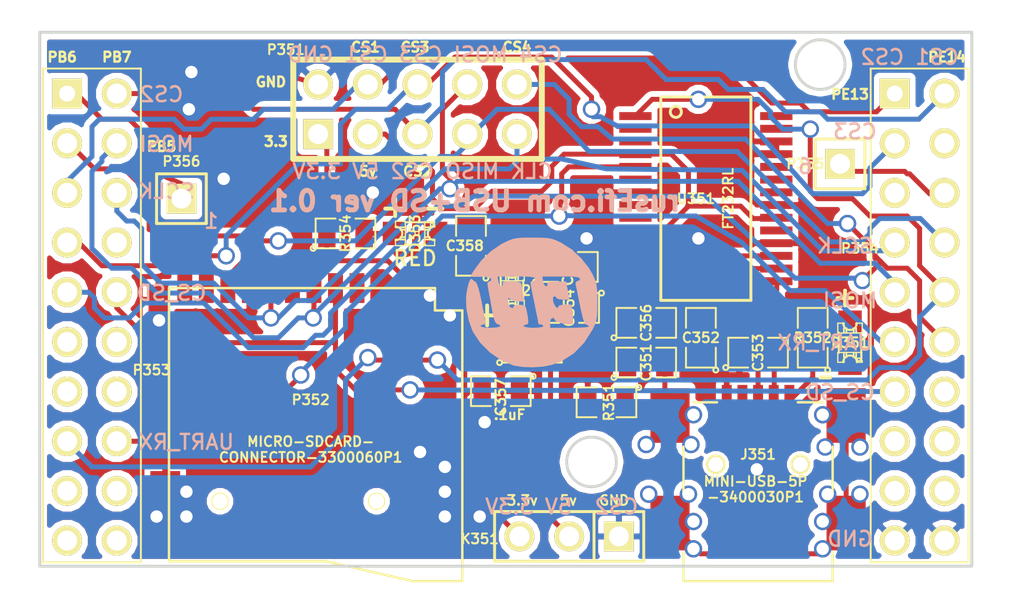
<source format=kicad_pcb>
(kicad_pcb (version 3) (host pcbnew "(2013-07-07 BZR 4022)-stable")
  (title_block (comment 2 Art_Electro) (comment 3 Art_Electro) (comment 4 Art_Electro))
  (layers (15 F.Cu signal) (0 B.Cu signal) (18 B.Paste user) (19 F.Paste user) (20 B.SilkS user) (21 F.SilkS user) (22 B.Mask user) (23 F.Mask user) (28 Edge.Cuts user))
  (net 0 "")
  (net 1 /3.3V)
  (net 2 /5V)
  (net 3 /CAN_TX)
  (net 4 /CS1)
  (net 5 /CS2)
  (net 6 /CS3)
  (net 7 /CS4)
  (net 8 /CS_SD_MODULE)
  (net 9 /SPI_MISO)
  (net 10 /SPI_MOSI)
  (net 11 /SPI_SCK)
  (net 12 /USART_RX)
  (net 13 /USART_TX)
  (net 14 GND)
  (net 15 N-000001)
  (net 16 N-0000017)
  (net 17 N-0000019)
  (net 18 N-000002)
  (net 19 N-000003)
  (net 20 N-0000039)
  (net 21 N-0000048)
  (net 22 N-0000056)
  (net 23 N-0000058)
  (module MICRO-SDCARD-CONNECTOR-3300060P1 (layer F.Cu) (at 190.5 172.339 270)
    (fp_text reference P352 (at -1.778 0.254 360) (layer F.SilkS) (effects (font (size 0.50038 0.50038) (thickness 0.1016))))
    (fp_text value MICRO-SDCARD-CONNECTOR-3300060P1 hide)
    (pad 1 smd rect (at -7.493 -2.114 270) (size 1.524 0.762) (layers F.Cu F.Paste F.Mask))
    (pad 2 smd rect (at -7.493 -1.014 270) (size 1.524 0.762) (layers F.Cu F.Paste F.Mask) (net 8 /CS_SD_MODULE))
    (pad 3 smd rect (at -7.493 0.086 270) (size 1.524 0.762) (layers F.Cu F.Paste F.Mask) (net 10 /SPI_MOSI))
    (pad 4 smd rect (at -7.493 1.186 270) (size 1.524 0.762) (layers F.Cu F.Paste F.Mask) (net 1 /3.3V))
    (pad 5 smd rect (at -7.493 2.286 270) (size 1.524 0.762) (layers F.Cu F.Paste F.Mask) (net 11 /SPI_SCK))
    (pad 6 smd rect (at -7.493 3.386 270) (size 1.524 0.762) (layers F.Cu F.Paste F.Mask) (net 14 GND))
    (pad 7 smd rect (at -7.493 4.486 270) (size 1.524 0.762) (layers F.Cu F.Paste F.Mask) (net 9 /SPI_MISO))
    (pad 8 smd rect (at -7.493 5.586 270) (size 1.524 0.762) (layers F.Cu F.Paste F.Mask))
    (pad 9 smd rect (at -7.493 6.686 270) (size 1.524 0.762) (layers F.Cu F.Paste F.Mask))
    (pad G301 smd rect (at -6.893 8.032 270) (size 1.524 1.016) (layers F.Cu F.Paste F.Mask) (net 14 GND))
    (pad G302 smd rect (at 2.88 7.686 270) (size 2.032 1.524) (layers F.Cu F.Paste F.Mask) (net 14 GND))
    (pad G303 smd rect (at 2.88 -7.714 270) (size 2.032 1.524) (layers F.Cu F.Paste F.Mask) (net 14 GND))
    (pad G304 smd rect (at -7.101 -6.895 270) (size 1.524 1.524) (layers F.Cu F.Paste F.Mask) (net 14 GND))
    (pad "" np_thru_hole circle (at 3.407 4.886 270) (size 0.889 0.889) (drill 0.762) (layers *.Mask F.SilkS))
    (pad "" np_thru_hole circle (at 3.407 -3.114 270) (size 0.889 0.889) (drill 0.762) (layers *.Mask F.SilkS))
  )
  (module SM0805 (layer F.Cu) (at 207.391 168.656)
    (fp_text reference C351 (at 0 0 90) (layer F.SilkS) (effects (font (size 0.50038 0.50038) (thickness 0.1016))))
    (fp_text value 4700pF hide)
    (pad 1 smd rect (at -0.9525 0) (size 0.889 1.397) (layers F.Cu F.Paste F.Mask) (net 14 GND))
    (pad 2 smd rect (at 0.9525 0) (size 0.889 1.397) (layers F.Cu F.Paste F.Mask) (net 18 N-000002))
  )
  (module SM0805 (layer F.Cu) (at 210.185 167.386 90)
    (fp_text reference C352 (at 0 0 180) (layer F.SilkS) (effects (font (size 0.50038 0.50038) (thickness 0.1016))))
    (fp_text value 47pF hide)
    (pad 1 smd rect (at -0.9525 0 90) (size 0.889 1.397) (layers F.Cu F.Paste F.Mask) (net 14 GND))
    (pad 2 smd rect (at 0.9525 0 90) (size 0.889 1.397) (layers F.Cu F.Paste F.Mask) (net 22 N-0000056))
  )
  (module SM0805 (layer F.Cu) (at 213.106 168.148)
    (fp_text reference C353 (at 0 0 90) (layer F.SilkS) (effects (font (size 0.50038 0.50038) (thickness 0.1016))))
    (fp_text value 47pF hide)
    (pad 1 smd rect (at -0.9525 0) (size 0.889 1.397) (layers F.Cu F.Paste F.Mask) (net 14 GND))
    (pad 2 smd rect (at 0.9525 0) (size 0.889 1.397) (layers F.Cu F.Paste F.Mask) (net 19 N-000003))
  )
  (module SM0805 (layer F.Cu) (at 203.454 165.862 180)
    (fp_text reference C354 (at 0 0 270) (layer F.SilkS) (effects (font (size 0.50038 0.50038) (thickness 0.1016))))
    (fp_text value 4.7uF hide)
    (pad 1 smd rect (at -0.9525 0 180) (size 0.889 1.397) (layers F.Cu F.Paste F.Mask) (net 2 /5V))
    (pad 2 smd rect (at 0.9525 0 180) (size 0.889 1.397) (layers F.Cu F.Paste F.Mask) (net 14 GND))
  )
  (module SM0805 (layer F.Cu) (at 203.3905 163.7665)
    (fp_text reference C355 (at 0 0 90) (layer F.SilkS) (effects (font (size 0.50038 0.50038) (thickness 0.1016))))
    (fp_text value .1uF hide)
    (pad 1 smd rect (at -0.9525 0) (size 0.889 1.397) (layers F.Cu F.Paste F.Mask) (net 14 GND))
    (pad 2 smd rect (at 0.9525 0) (size 0.889 1.397) (layers F.Cu F.Paste F.Mask) (net 2 /5V))
  )
  (module SM0805 (layer F.Cu) (at 207.391 166.624)
    (fp_text reference C356 (at 0 0 90) (layer F.SilkS) (effects (font (size 0.50038 0.50038) (thickness 0.1016))))
    (fp_text value .1uF hide)
    (pad 1 smd rect (at -0.9525 0) (size 0.889 1.397) (layers F.Cu F.Paste F.Mask) (net 14 GND))
    (pad 2 smd rect (at 0.9525 0) (size 0.889 1.397) (layers F.Cu F.Paste F.Mask) (net 20 N-0000039))
  )
  (module LED-0805 (layer F.Cu) (at 217.805 167.64 270)
    (fp_text reference D351 (at 0 0 360) (layer F.SilkS) (effects (font (size 0.50038 0.50038) (thickness 0.1016))))
    (fp_text value GREEN hide)
    (pad 1 smd rect (at -1.04902 0 270) (size 1.19888 1.19888) (layers F.Cu F.Paste F.Mask) (net 17 N-0000019))
    (pad 2 smd rect (at 1.04902 0 270) (size 1.19888 1.19888) (layers F.Cu F.Paste F.Mask) (net 14 GND))
  )
  (module LED-0805 (layer F.Cu) (at 200.533 164.973 90)
    (fp_text reference D352 (at 0 0 180) (layer F.SilkS) (effects (font (size 0.50038 0.50038) (thickness 0.1016))))
    (fp_text value RED hide)
    (pad 1 smd rect (at -1.04902 0 90) (size 1.19888 1.19888) (layers F.Cu F.Paste F.Mask) (net 21 N-0000048))
    (pad 2 smd rect (at 1.04902 0 90) (size 1.19888 1.19888) (layers F.Cu F.Paste F.Mask) (net 14 GND))
  )
  (module SM0805 (layer F.Cu) (at 205.359 170.688 180)
    (fp_text reference R351 (at -0.127 0 270) (layer F.SilkS) (effects (font (size 0.50038 0.50038) (thickness 0.1016))))
    (fp_text value 1M hide)
    (pad 1 smd rect (at -0.9525 0 180) (size 0.889 1.397) (layers F.Cu F.Paste F.Mask) (net 18 N-000002))
    (pad 2 smd rect (at 0.9525 0 180) (size 0.889 1.397) (layers F.Cu F.Paste F.Mask) (net 14 GND))
  )
  (module SM0805 (layer F.Cu) (at 215.9 167.386 90)
    (fp_text reference R352 (at 0 0 180) (layer F.SilkS) (effects (font (size 0.50038 0.50038) (thickness 0.1016))))
    (fp_text value 1k hide)
    (pad 1 smd rect (at -0.9525 0 90) (size 0.889 1.397) (layers F.Cu F.Paste F.Mask) (net 15 N-000001))
    (pad 2 smd rect (at 0.9525 0 90) (size 0.889 1.397) (layers F.Cu F.Paste F.Mask) (net 17 N-0000019))
  )
  (module SM0805 (layer F.Cu) (at 201.549 167.894)
    (fp_text reference R353 (at 0 0 90) (layer F.SilkS) (effects (font (size 0.50038 0.50038) (thickness 0.1016))))
    (fp_text value 1k hide)
    (pad 1 smd rect (at -0.9525 0) (size 0.889 1.397) (layers F.Cu F.Paste F.Mask) (net 21 N-0000048))
    (pad 2 smd rect (at 0.9525 0) (size 0.889 1.397) (layers F.Cu F.Paste F.Mask) (net 2 /5V))
  )
  (module ssop-28 (layer F.Cu) (at 210.439 160.274 270)
    (fp_text reference U351 (at 0 0.508 360) (layer F.SilkS) (effects (font (size 0.50038 0.50038) (thickness 0.1016))))
    (fp_text value FT232RL (at 0 -1.143 270) (layer F.SilkS) (effects (font (size 0.50038 0.50038) (thickness 0.09906))))
    (pad 7 smd rect (at -0.32512 3.59918 270) (size 0.4064 1.651) (layers F.Cu F.Paste F.Mask) (net 14 GND))
    (pad 8 smd rect (at 0.32512 3.59918 270) (size 0.4064 1.651) (layers F.Cu F.Paste F.Mask))
    (pad 9 smd rect (at 0.97536 3.59918 270) (size 0.4064 1.651) (layers F.Cu F.Paste F.Mask))
    (pad 10 smd rect (at 1.6256 3.59918 270) (size 0.4064 1.651) (layers F.Cu F.Paste F.Mask))
    (pad 25 smd rect (at -2.27584 -3.59918 270) (size 0.4064 1.651) (layers F.Cu F.Paste F.Mask) (net 14 GND))
    (pad 4 smd rect (at -2.27584 3.59918 270) (size 0.4064 1.651) (layers F.Cu F.Paste F.Mask) (net 2 /5V))
    (pad 5 smd rect (at -1.6256 3.59918 270) (size 0.4064 1.651) (layers F.Cu F.Paste F.Mask) (net 12 /USART_RX))
    (pad 6 smd rect (at -0.97536 3.59918 270) (size 0.4064 1.651) (layers F.Cu F.Paste F.Mask))
    (pad 18 smd rect (at 2.27584 -3.59918 270) (size 0.4064 1.651) (layers F.Cu F.Paste F.Mask) (net 14 GND))
    (pad 19 smd rect (at 1.6256 -3.59918 270) (size 0.4064 1.651) (layers F.Cu F.Paste F.Mask))
    (pad 20 smd rect (at 0.97536 -3.59918 270) (size 0.4064 1.651) (layers F.Cu F.Paste F.Mask) (net 2 /5V))
    (pad 21 smd rect (at 0.32512 -3.59918 270) (size 0.4064 1.651) (layers F.Cu F.Paste F.Mask) (net 14 GND))
    (pad 22 smd rect (at -0.32512 -3.59918 270) (size 0.4064 1.651) (layers F.Cu F.Paste F.Mask))
    (pad 23 smd rect (at -0.97536 -3.59918 270) (size 0.4064 1.651) (layers F.Cu F.Paste F.Mask))
    (pad 11 smd rect (at 2.27584 3.59918 270) (size 0.4064 1.651) (layers F.Cu F.Paste F.Mask))
    (pad 24 smd rect (at -1.6256 -3.59918 270) (size 0.4064 1.651) (layers F.Cu F.Paste F.Mask))
    (pad 26 smd rect (at -2.92608 -3.59918 270) (size 0.4064 1.651) (layers F.Cu F.Paste F.Mask) (net 14 GND))
    (pad 27 smd rect (at -3.57378 -3.59918 270) (size 0.4064 1.651) (layers F.Cu F.Paste F.Mask))
    (pad 28 smd rect (at -4.22402 -3.59918 270) (size 0.4064 1.651) (layers F.Cu F.Paste F.Mask))
    (pad 1 smd rect (at -4.22402 3.59918 270) (size 0.4064 1.651) (layers F.Cu F.Paste F.Mask) (net 13 /USART_TX))
    (pad 2 smd rect (at -3.57378 3.59918 270) (size 0.4064 1.651) (layers F.Cu F.Paste F.Mask))
    (pad 3 smd rect (at -2.92608 3.59918 270) (size 0.4064 1.651) (layers F.Cu F.Paste F.Mask))
    (pad 12 smd rect (at 2.92608 3.59918 270) (size 0.4064 1.651) (layers F.Cu F.Paste F.Mask))
    (pad 13 smd rect (at 3.57378 3.59918 270) (size 0.4064 1.651) (layers F.Cu F.Paste F.Mask))
    (pad 14 smd rect (at 4.22402 3.59918 270) (size 0.4064 1.651) (layers F.Cu F.Paste F.Mask))
    (pad 15 smd rect (at 4.22402 -3.59918 270) (size 0.4064 1.651) (layers F.Cu F.Paste F.Mask) (net 19 N-000003))
    (pad 16 smd rect (at 3.57378 -3.59918 270) (size 0.4064 1.651) (layers F.Cu F.Paste F.Mask) (net 22 N-0000056))
    (pad 17 smd rect (at 2.92608 -3.59918 270) (size 0.4064 1.651) (layers F.Cu F.Paste F.Mask) (net 20 N-0000039))
  )
  (module LED-0805 (layer F.Cu) (at 195.58 162.052)
    (fp_text reference D353 (at 0 0 90) (layer F.SilkS) (effects (font (size 0.50038 0.50038) (thickness 0.1016))))
    (fp_text value RED (at 0 1.27) (layer F.SilkS) (effects (font (size 0.762 0.762) (thickness 0.127))))
    (pad 1 smd rect (at -1.04902 0) (size 1.19888 1.19888) (layers F.Cu F.Paste F.Mask) (net 23 N-0000058))
    (pad 2 smd rect (at 1.04902 0) (size 1.19888 1.19888) (layers F.Cu F.Paste F.Mask) (net 14 GND))
  )
  (module SM0805 (layer F.Cu) (at 192.024 162.052)
    (fp_text reference R354 (at 0 0 90) (layer F.SilkS) (effects (font (size 0.50038 0.50038) (thickness 0.1016))))
    (fp_text value 1k hide)
    (pad 1 smd rect (at -0.9525 0) (size 0.889 1.397) (layers F.Cu F.Paste F.Mask) (net 1 /3.3V))
    (pad 2 smd rect (at 0.9525 0) (size 0.889 1.397) (layers F.Cu F.Paste F.Mask) (net 23 N-0000058))
  )
  (module PIN_ARRAY_3_A (layer F.Cu) (at 203.454 177.546 180)
    (fp_text reference K351 (at 4.572 -0.127 180) (layer F.SilkS) (effects (font (size 0.50038 0.50038) (thickness 0.1016))))
    (fp_text value CONN_3 hide)
    (pad 1 thru_hole rect (at -2.54 0 180) (size 1.524 1.524) (drill 1.016) (layers *.Cu *.Mask F.SilkS) (net 14 GND))
    (pad 2 thru_hole circle (at 0 0 180) (size 1.524 1.524) (drill 1.016) (layers *.Cu *.Mask F.SilkS) (net 2 /5V))
    (pad 3 thru_hole circle (at 2.54 0 180) (size 1.524 1.524) (drill 1.016) (layers *.Cu *.Mask F.SilkS) (net 1 /3.3V))
  )
  (module PIN_ARRAY_10X2 (layer F.Cu) (at 179.07 166.37 270)
    (fp_text reference P353 (at 2.667 -3.048 360) (layer F.SilkS) (effects (font (size 0.50038 0.50038) (thickness 0.1016))))
    (fp_text value CONN_10X2 hide)
    (pad 1 thru_hole rect (at -11.47064 1.27 270) (size 1.524 1.524) (drill 0.8128) (layers *.Cu *.Mask F.SilkS) (net 3 /CAN_TX))
    (pad 2 thru_hole circle (at -11.47064 -1.27 270) (size 1.524 1.524) (drill 1.016) (layers *.Cu *.Mask F.SilkS) (net 5 /CS2))
    (pad 3 thru_hole circle (at -8.93064 1.27 270) (size 1.524 1.524) (drill 1.016) (layers *.Cu *.Mask F.SilkS) (net 9 /SPI_MISO))
    (pad 4 thru_hole circle (at -8.93064 -1.27 270) (size 1.524 1.524) (drill 1.016) (layers *.Cu *.Mask F.SilkS) (net 10 /SPI_MOSI))
    (pad 5 thru_hole circle (at -6.39064 1.27 270) (size 1.524 1.524) (drill 1.016) (layers *.Cu *.Mask F.SilkS) (net 4 /CS1))
    (pad 6 thru_hole circle (at -6.39064 -1.27 270) (size 1.524 1.524) (drill 1.016) (layers *.Cu *.Mask F.SilkS) (net 11 /SPI_SCK))
    (pad 7 thru_hole circle (at -3.85064 1.27 270) (size 1.524 1.524) (drill 1.016) (layers *.Cu *.Mask F.SilkS) (net 6 /CS3))
    (pad 8 thru_hole circle (at -3.85064 -1.27 270) (size 1.524 1.524) (drill 1.016) (layers *.Cu *.Mask F.SilkS))
    (pad 9 thru_hole circle (at -1.31064 1.27 270) (size 1.524 1.524) (drill 1.016) (layers *.Cu *.Mask F.SilkS) (net 7 /CS4))
    (pad 10 thru_hole circle (at -1.31064 -1.27 270) (size 1.524 1.524) (drill 1.016) (layers *.Cu *.Mask F.SilkS) (net 8 /CS_SD_MODULE))
    (pad 11 thru_hole circle (at 1.22936 1.27 270) (size 1.524 1.524) (drill 1.016) (layers *.Cu *.Mask F.SilkS))
    (pad 12 thru_hole circle (at 1.22936 -1.27 270) (size 1.524 1.524) (drill 1.016) (layers *.Cu *.Mask F.SilkS))
    (pad 13 thru_hole circle (at 3.76936 1.27 270) (size 1.524 1.524) (drill 1.016) (layers *.Cu *.Mask F.SilkS))
    (pad 14 thru_hole circle (at 3.76936 -1.27 270) (size 1.524 1.524) (drill 1.016) (layers *.Cu *.Mask F.SilkS))
    (pad 15 thru_hole circle (at 6.30936 1.27 270) (size 1.524 1.524) (drill 1.016) (layers *.Cu *.Mask F.SilkS) (net 13 /USART_TX))
    (pad 16 thru_hole circle (at 6.30936 -1.27 270) (size 1.524 1.524) (drill 1.016) (layers *.Cu *.Mask F.SilkS) (net 12 /USART_RX))
    (pad 17 thru_hole circle (at 8.84936 1.27 270) (size 1.524 1.524) (drill 1.016) (layers *.Cu *.Mask F.SilkS))
    (pad 18 thru_hole circle (at 8.84936 -1.27 270) (size 1.524 1.524) (drill 1.016) (layers *.Cu *.Mask F.SilkS))
    (pad 19 thru_hole circle (at 11.38936 1.27 270) (size 1.524 1.524) (drill 1.016) (layers *.Cu *.Mask F.SilkS))
    (pad 20 thru_hole circle (at 11.38936 -1.27 270) (size 1.524 1.524) (drill 1.016) (layers *.Cu *.Mask F.SilkS))
  )
  (module PIN_ARRAY_10X2 (layer F.Cu) (at 221.361 166.37 270)
    (fp_text reference P354 (at -3.556 3.048 360) (layer F.SilkS) (effects (font (size 0.50038 0.50038) (thickness 0.1016))))
    (fp_text value CONN_10X2 hide)
    (pad 1 thru_hole rect (at -11.47064 1.27 270) (size 1.524 1.524) (drill 0.8128) (layers *.Cu *.Mask F.SilkS) (net 4 /CS1))
    (pad 2 thru_hole circle (at -11.47064 -1.27 270) (size 1.524 1.524) (drill 1.016) (layers *.Cu *.Mask F.SilkS) (net 5 /CS2))
    (pad 3 thru_hole circle (at -8.93064 1.27 270) (size 1.524 1.524) (drill 1.016) (layers *.Cu *.Mask F.SilkS) (net 6 /CS3))
    (pad 4 thru_hole circle (at -8.93064 -1.27 270) (size 1.524 1.524) (drill 1.016) (layers *.Cu *.Mask F.SilkS))
    (pad 5 thru_hole circle (at -6.39064 1.27 270) (size 1.524 1.524) (drill 1.016) (layers *.Cu *.Mask F.SilkS))
    (pad 6 thru_hole circle (at -6.39064 -1.27 270) (size 1.524 1.524) (drill 1.016) (layers *.Cu *.Mask F.SilkS) (net 16 N-0000017))
    (pad 7 thru_hole circle (at -3.85064 1.27 270) (size 1.524 1.524) (drill 1.016) (layers *.Cu *.Mask F.SilkS) (net 11 /SPI_SCK))
    (pad 8 thru_hole circle (at -3.85064 -1.27 270) (size 1.524 1.524) (drill 1.016) (layers *.Cu *.Mask F.SilkS) (net 9 /SPI_MISO))
    (pad 9 thru_hole circle (at -1.31064 1.27 270) (size 1.524 1.524) (drill 1.016) (layers *.Cu *.Mask F.SilkS) (net 10 /SPI_MOSI))
    (pad 10 thru_hole circle (at -1.31064 -1.27 270) (size 1.524 1.524) (drill 1.016) (layers *.Cu *.Mask F.SilkS) (net 13 /USART_TX))
    (pad 11 thru_hole circle (at 1.22936 1.27 270) (size 1.524 1.524) (drill 1.016) (layers *.Cu *.Mask F.SilkS) (net 12 /USART_RX))
    (pad 12 thru_hole circle (at 1.22936 -1.27 270) (size 1.524 1.524) (drill 1.016) (layers *.Cu *.Mask F.SilkS) (net 7 /CS4))
    (pad 13 thru_hole circle (at 3.76936 1.27 270) (size 1.524 1.524) (drill 1.016) (layers *.Cu *.Mask F.SilkS) (net 8 /CS_SD_MODULE))
    (pad 14 thru_hole circle (at 3.76936 -1.27 270) (size 1.524 1.524) (drill 1.016) (layers *.Cu *.Mask F.SilkS))
    (pad 15 thru_hole circle (at 6.30936 1.27 270) (size 1.524 1.524) (drill 1.016) (layers *.Cu *.Mask F.SilkS))
    (pad 16 thru_hole circle (at 6.30936 -1.27 270) (size 1.524 1.524) (drill 1.016) (layers *.Cu *.Mask F.SilkS))
    (pad 17 thru_hole circle (at 8.84936 1.27 270) (size 1.524 1.524) (drill 1.016) (layers *.Cu *.Mask F.SilkS))
    (pad 18 thru_hole circle (at 8.84936 -1.27 270) (size 1.524 1.524) (drill 1.016) (layers *.Cu *.Mask F.SilkS))
    (pad 19 thru_hole circle (at 11.38936 1.27 270) (size 1.524 1.524) (drill 1.016) (layers *.Cu *.Mask F.SilkS) (net 14 GND))
    (pad 20 thru_hole circle (at 11.38936 -1.27 270) (size 1.524 1.524) (drill 1.016) (layers *.Cu *.Mask F.SilkS) (net 14 GND))
  )
  (module MINI-USB-5P-3400020P1 (layer F.Cu) (at 213.106 175.26)
    (fp_text reference J351 (at 0 -1.905) (layer F.SilkS) (effects (font (size 0.50038 0.50038) (thickness 0.1016))))
    (fp_text value MINI-USB-5P-3400020P1 hide)
    (pad 5 smd rect (at -1.6 -4.191) (size 0.508 2.54) (layers F.Cu F.Paste F.Mask) (net 14 GND))
    (pad 4 smd rect (at -0.8 -4.191) (size 0.508 2.54) (layers F.Cu F.Paste F.Mask))
    (pad 3 smd rect (at 0 -4.191) (size 0.508 2.54) (layers F.Cu F.Paste F.Mask) (net 22 N-0000056))
    (pad 2 smd rect (at 0.8 -4.191) (size 0.508 2.54) (layers F.Cu F.Paste F.Mask) (net 19 N-000003))
    (pad 1 smd rect (at 1.6 -4.191) (size 0.508 2.54) (layers F.Cu F.Paste F.Mask) (net 15 N-000001))
    (pad 6 smd rect (at -4.5 1.603 90) (size 2.794 2) (layers F.Cu F.Paste F.Mask) (net 18 N-000002))
    (pad 6 smd rect (at 4.5 1.603 90) (size 2.794 2) (layers F.Cu F.Paste F.Mask) (net 18 N-000002))
    (pad 6 smd rect (at -4.5 -3.897 90) (size 2.794 2) (layers F.Cu F.Paste F.Mask) (net 18 N-000002))
    (pad 6 smd rect (at 4.5 -3.897 90) (size 2.794 2) (layers F.Cu F.Paste F.Mask) (net 18 N-000002))
    (pad "" np_thru_hole circle (at -2.159 -1.397 90) (size 1.016 1.016) (drill 0.762) (layers *.Mask F.SilkS))
    (pad "" np_thru_hole circle (at 2.159 -1.397 90) (size 1.016 1.016) (drill 0.762) (layers *.Mask F.SilkS))
  )
  (module PIN_ARRAY_1 (layer F.Cu) (at 217.297 158.496)
    (fp_text reference P355 (at -1.778 0) (layer F.SilkS) (effects (font (size 0.50038 0.50038) (thickness 0.1016))))
    (fp_text value CONN_1 hide)
    (pad 1 thru_hole rect (at 0 0) (size 1.524 1.524) (drill 1.016) (layers *.Cu *.Mask F.SilkS) (net 16 N-0000017))
  )
  (module PIN_ARRAY_5x2 (layer F.Cu) (at 195.707 155.702)
    (fp_text reference P351 (at -6.731 -3.048) (layer F.SilkS) (effects (font (size 0.50038 0.50038) (thickness 0.1016))))
    (fp_text value CONN_5X2 hide)
    (pad 1 thru_hole rect (at -5.08 1.27) (size 1.524 1.524) (drill 1.016) (layers *.Cu *.Mask F.SilkS) (net 1 /3.3V))
    (pad 2 thru_hole circle (at -5.08 -1.27) (size 1.524 1.524) (drill 1.016) (layers *.Cu *.Mask F.SilkS) (net 14 GND))
    (pad 3 thru_hole circle (at -2.54 1.27) (size 1.524 1.524) (drill 1.016) (layers *.Cu *.Mask F.SilkS) (net 2 /5V))
    (pad 4 thru_hole circle (at -2.54 -1.27) (size 1.524 1.524) (drill 1.016) (layers *.Cu *.Mask F.SilkS) (net 4 /CS1))
    (pad 5 thru_hole circle (at 0 1.27) (size 1.524 1.524) (drill 1.016) (layers *.Cu *.Mask F.SilkS) (net 5 /CS2))
    (pad 6 thru_hole circle (at 0 -1.27) (size 1.524 1.524) (drill 1.016) (layers *.Cu *.Mask F.SilkS) (net 6 /CS3))
    (pad 7 thru_hole circle (at 2.54 1.27) (size 1.524 1.524) (drill 1.016) (layers *.Cu *.Mask F.SilkS) (net 9 /SPI_MISO))
    (pad 8 thru_hole circle (at 2.54 -1.27) (size 1.524 1.524) (drill 1.016) (layers *.Cu *.Mask F.SilkS) (net 10 /SPI_MOSI))
    (pad 9 thru_hole circle (at 5.08 1.27) (size 1.524 1.524) (drill 1.016) (layers *.Cu *.Mask F.SilkS) (net 11 /SPI_SCK))
    (pad 10 thru_hole circle (at 5.08 -1.27) (size 1.524 1.524) (drill 1.016) (layers *.Cu *.Mask F.SilkS) (net 7 /CS4))
  )
  (module PIN_ARRAY_1 (layer F.Cu) (at 183.642 160.274)
    (fp_text reference P356 (at 0 -1.905) (layer F.SilkS) (effects (font (size 0.50038 0.50038) (thickness 0.1016))))
    (fp_text value CONN_1 hide)
    (pad 1 thru_hole rect (at 0 0) (size 1.524 1.524) (drill 1.016) (layers *.Cu *.Mask F.SilkS) (net 3 /CAN_TX))
  )
  (module LOGO_F (layer B.Cu) (at 201.549 165.608)
    (fp_text reference G305 hide)
    (fp_text value LOGO hide)
  )
  (module SM0805 (layer F.Cu) (at 199.9615 170.1165 180)
    (fp_text reference C357 (at 0 -0.3175 270) (layer F.SilkS) (effects (font (size 0.50038 0.50038) (thickness 0.10922))))
    (fp_text value .1uF (at -0.4445 -1.2065 180) (layer F.SilkS) (effects (font (size 0.50038 0.50038) (thickness 0.10922))))
    (pad 1 smd rect (at -0.9525 0 180) (size 0.889 1.397) (layers F.Cu F.Paste F.Mask) (net 14 GND))
    (pad 2 smd rect (at 0.9525 0 180) (size 0.889 1.397) (layers F.Cu F.Paste F.Mask) (net 1 /3.3V))
  )
  (module SM0805 (layer F.Cu) (at 198.4375 162.687 90)
    (fp_text reference C358 (at 0 -0.3175 180) (layer F.SilkS) (effects (font (size 0.50038 0.50038) (thickness 0.10922))))
    (fp_text value 4.7uF hide)
    (pad 1 smd rect (at -0.9525 0 90) (size 0.889 1.397) (layers F.Cu F.Paste F.Mask) (net 1 /3.3V))
    (pad 2 smd rect (at 0.9525 0 90) (size 0.889 1.397) (layers F.Cu F.Paste F.Mask) (net 14 GND))
  )
  (gr_text 6 (at 215.519 158.623) (layer B.SilkS) (effects (font (size 0.762 0.762) (thickness 0.127)) (justify mirror)))
  (gr_text 1 (at 185.166 161.417) (layer B.SilkS) (effects (font (size 0.762 0.762) (thickness 0.127)) (justify mirror)))
  (gr_text "CLK MISO CS2 5V 3.3V" (at 195.961 158.877) (layer B.SilkS) (effects (font (size 0.762 0.762) (thickness 0.127)) (justify mirror)))
  (gr_text "CS4 MOSI CS3 CS1 GND" (at 196.088 152.908) (layer B.SilkS) (effects (font (size 0.762 0.762) (thickness 0.127)) (justify mirror)))
  (gr_text "CS2  5V 3.3V" (at 203.073 176.022) (layer B.SilkS) (effects (font (size 0.762 0.762) (thickness 0.127)) (justify mirror)))
  (gr_text MOSI (at 182.88 157.48) (layer B.SilkS) (effects (font (size 0.762 0.762) (thickness 0.127)) (justify mirror)))
  (gr_text UART_RX (at 183.896 172.72) (layer B.SilkS) (effects (font (size 0.762 0.762) (thickness 0.127)) (justify mirror)))
  (gr_text CS_SD (at 183.134 165.1) (layer B.SilkS) (effects (font (size 0.762 0.762) (thickness 0.127)) (justify mirror)))
  (gr_text SCLK (at 182.88 159.893) (layer B.SilkS) (effects (font (size 0.762 0.762) (thickness 0.127)) (justify mirror)))
  (gr_text GND (at 217.805 177.673) (layer B.SilkS) (effects (font (size 0.762 0.762) (thickness 0.127)) (justify mirror)))
  (gr_text CS_SD (at 217.297 170.18) (layer B.SilkS) (effects (font (size 0.762 0.762) (thickness 0.127)) (justify mirror)))
  (gr_text UART_RX (at 216.535 167.64) (layer B.SilkS) (effects (font (size 0.762 0.762) (thickness 0.127)) (justify mirror)))
  (gr_text CS2 (at 182.626 154.94) (layer B.SilkS) (effects (font (size 0.762 0.762) (thickness 0.127)) (justify mirror)))
  (gr_text MOSI (at 217.805 165.481) (layer B.SilkS) (effects (font (size 0.762 0.762) (thickness 0.127)) (justify mirror)))
  (gr_text SCLK (at 217.551 162.687) (layer B.SilkS) (effects (font (size 0.762 0.762) (thickness 0.127)) (justify mirror)))
  (gr_text CS3 (at 218.059 156.845) (layer B.SilkS) (effects (font (size 0.762 0.762) (thickness 0.127)) (justify mirror)))
  (gr_text "CS1 CS2" (at 220.853 153.035) (layer B.SilkS) (effects (font (size 0.762 0.762) (thickness 0.127)) (justify mirror)))
  (gr_line (start 194.945 160.782) (end 195.072 160.782) (angle 90) (layer F.SilkS) (width 0.2))
  (gr_line (start 194.564 161.163) (end 194.564 160.274) (angle 90) (layer F.SilkS) (width 0.2))
  (gr_line (start 194.056 160.782) (end 194.945 160.782) (angle 90) (layer F.SilkS) (width 0.2))
  (gr_line (start 196.215 160.782) (end 196.977 160.782) (angle 90) (layer F.SilkS) (width 0.2))
  (gr_line (start 199.263 165.735) (end 199.263 166.751) (angle 90) (layer F.SilkS) (width 0.2))
  (gr_line (start 198.882 166.243) (end 199.644 166.243) (angle 90) (layer F.SilkS) (width 0.2))
  (gr_line (start 200.152 162.814) (end 200.787 162.814) (angle 90) (layer F.SilkS) (width 0.2))
  (gr_line (start 216.789 169.418) (end 216.281 169.418) (angle 90) (layer F.SilkS) (width 0.2))
  (gr_line (start 217.551 165.735) (end 217.551 164.973) (angle 90) (layer F.SilkS) (width 0.2))
  (gr_line (start 217.17 165.354) (end 217.932 165.354) (angle 90) (layer F.SilkS) (width 0.2))
  (gr_text PB5 (at 182.626 157.607) (layer F.SilkS) (effects (font (size 0.50038 0.50038) (thickness 0.125095))))
  (gr_text CS2 (at 195.707 158.877) (layer F.SilkS) (effects (font (size 0.50038 0.50038) (thickness 0.125095))))
  (gr_text CS4 (at 200.787 152.527) (layer F.SilkS) (effects (font (size 0.50038 0.50038) (thickness 0.125095))))
  (gr_text CS3 (at 195.58 152.527) (layer F.SilkS) (effects (font (size 0.50038 0.50038) (thickness 0.125095))))
  (gr_text CS1 (at 193.04 152.527) (layer F.SilkS) (effects (font (size 0.50038 0.50038) (thickness 0.125095))))
  (gr_text 5v (at 193.167 158.877) (layer F.SilkS) (effects (font (size 0.50038 0.50038) (thickness 0.125095))))
  (gr_text 3.3 (at 188.468 157.353) (layer F.SilkS) (effects (font (size 0.50038 0.50038) (thickness 0.125095))))
  (gr_text PB7 (at 180.34 153.035) (layer F.SilkS) (effects (font (size 0.50038 0.50038) (thickness 0.125095))))
  (gr_text PB6 (at 177.546 153.035) (layer F.SilkS) (effects (font (size 0.50038 0.50038) (thickness 0.125095))))
  (gr_text GND (at 188.214 154.305) (layer F.SilkS) (effects (font (size 0.50038 0.50038) (thickness 0.125095))))
  (gr_text PE14 (at 222.758 153.035) (layer F.SilkS) (effects (font (size 0.50038 0.50038) (thickness 0.125095))))
  (gr_text PE13 (at 217.805 154.94) (layer F.SilkS) (effects (font (size 0.50038 0.50038) (thickness 0.125095))))
  (gr_text "3.3v   5v   GND" (at 203.3905 175.7045) (layer F.SilkS) (effects (font (size 0.50038 0.50038) (thickness 0.1016))))
  (gr_text "rusEfi.com USB+SD ver 0.1" (at 198.628 160.401) (layer B.SilkS) (effects (font (size 1 1) (thickness 0.25)) (justify mirror)))
  (gr_text "MINI-USB-5P\n-3400030P1" (at 212.979 175.133) (layer F.SilkS) (effects (font (size 0.50038 0.50038) (thickness 0.1016))))
  (gr_text "MICRO-SDCARD-\nCONNECTOR-3300060P1" (at 190.246 173.101) (layer F.SilkS) (effects (font (size 0.50038 0.50038) (thickness 0.1016))))
  (gr_line (start 224.028 179.07) (end 224.028 151.765) (angle 90) (layer Edge.Cuts) (width 0.15))
  (gr_line (start 224.028 151.765) (end 176.403 151.765) (angle 90) (layer Edge.Cuts) (width 0.15))
  (gr_line (start 176.403 179.07) (end 224.028 179.07) (angle 90) (layer Edge.Cuts) (width 0.15))
  (gr_line (start 176.403 151.765) (end 176.403 179.07) (angle 90) (layer Edge.Cuts) (width 0.15))
  (gr_circle (center 204.597 173.736) (end 205.867 173.736) (layer Edge.Cuts) (width 0.15))
  (gr_circle (center 216.281 153.416) (end 217.551 153.416) (layer Edge.Cuts) (width 0.15))
  (segment (start 198.12 172.466) (end 198.12 173.482) (width 0.254) (layer F.Cu) (net 1))
  (segment (start 198.12 170.3705) (end 198.12 172.466) (width 0.254) (layer F.Cu) (net 1))
  (segment (start 199.644 176.276) (end 200.914 177.546) (width 0.254) (layer F.Cu) (net 1))
  (segment (start 199.644 174.1805) (end 199.644 176.276) (width 0.254) (layer F.Cu) (net 1))
  (segment (start 199.1995 173.736) (end 199.644 174.1805) (width 0.254) (layer F.Cu) (net 1))
  (segment (start 198.374 173.736) (end 199.1995 173.736) (width 0.254) (layer F.Cu) (net 1))
  (segment (start 198.12 173.482) (end 198.374 173.736) (width 0.254) (layer F.Cu) (net 1))
  (segment (start 198.4375 163.6395) (end 195.326 163.6395) (width 0.254) (layer F.Cu) (net 1))
  (segment (start 195.326 163.6395) (end 194.84975 164.11575) (width 0.254) (layer F.Cu) (net 1))
  (segment (start 199.009 170.1165) (end 198.374 170.1165) (width 0.254) (layer F.Cu) (net 1))
  (segment (start 198.374 170.1165) (end 198.12 170.3705) (width 0.254) (layer F.Cu) (net 1))
  (segment (start 191.0715 162.052) (end 191.0715 157.4165) (width 0.254) (layer F.Cu) (net 1))
  (segment (start 191.0715 157.4165) (end 190.627 156.972) (width 0.254) (layer F.Cu) (net 1))
  (segment (start 191.0715 162.052) (end 191.0715 163.449) (width 0.254) (layer F.Cu) (net 1))
  (segment (start 191.0715 163.449) (end 191.135 163.449) (width 0.254) (layer F.Cu) (net 1))
  (segment (start 190.5635 163.449) (end 189.865 163.449) (width 0.254) (layer F.Cu) (net 1))
  (segment (start 190.627 163.449) (end 191.135 163.449) (width 0.254) (layer F.Cu) (net 1))
  (segment (start 190.5635 163.449) (end 190.627 163.449) (width 0.254) (layer F.Cu) (net 1))
  (segment (start 189.865 163.449) (end 189.314 164) (width 0.254) (layer F.Cu) (net 1))
  (segment (start 189.314 164) (end 189.314 164.846) (width 0.254) (layer F.Cu) (net 1))
  (segment (start 195.453 164.719) (end 195.453 165.862) (width 0.254) (layer F.Cu) (net 1))
  (segment (start 195.453 165.862) (end 196.977 167.386) (width 0.254) (layer F.Cu) (net 1))
  (segment (start 196.977 167.386) (end 198.12 168.529) (width 0.254) (layer F.Cu) (net 1))
  (segment (start 198.12 168.529) (end 198.12 170.3705) (width 0.254) (layer F.Cu) (net 1))
  (segment (start 191.135 163.449) (end 194.183 163.449) (width 0.254) (layer F.Cu) (net 1))
  (segment (start 194.183 163.449) (end 194.84975 164.11575) (width 0.254) (layer F.Cu) (net 1))
  (segment (start 194.84975 164.11575) (end 195.453 164.719) (width 0.254) (layer F.Cu) (net 1))
  (segment (start 202.5015 167.894) (end 202.5015 171.7675) (width 0.254) (layer F.Cu) (net 2))
  (segment (start 201.549 175.641) (end 203.454 177.546) (width 0.254) (layer F.Cu) (net 2))
  (segment (start 201.549 172.72) (end 201.549 175.641) (width 0.254) (layer F.Cu) (net 2))
  (segment (start 202.5015 171.7675) (end 201.549 172.72) (width 0.254) (layer F.Cu) (net 2))
  (segment (start 204.4065 165.862) (end 204.4065 163.83) (width 0.254) (layer F.Cu) (net 2))
  (segment (start 204.4065 163.83) (end 204.343 163.7665) (width 0.254) (layer F.Cu) (net 2))
  (segment (start 193.167 156.972) (end 194.056 156.972) (width 0.254) (layer F.Cu) (net 2))
  (segment (start 202.565 159.385) (end 202.565 158.623) (width 0.254) (layer F.Cu) (net 2))
  (segment (start 202.565 158.623) (end 203.18984 157.99816) (width 0.254) (layer F.Cu) (net 2))
  (segment (start 203.18984 157.99816) (end 206.83982 157.99816) (width 0.254) (layer F.Cu) (net 2))
  (segment (start 198.12 160.782) (end 197.739 160.782) (width 0.254) (layer F.Cu) (net 2))
  (segment (start 198.628 160.782) (end 198.12 160.782) (width 0.254) (layer F.Cu) (net 2))
  (segment (start 202.057 159.893) (end 202.565 159.385) (width 0.254) (layer F.Cu) (net 2))
  (segment (start 199.517 159.893) (end 198.628 160.782) (width 0.254) (layer F.Cu) (net 2))
  (segment (start 200.787 159.893) (end 199.517 159.893) (width 0.254) (layer F.Cu) (net 2))
  (segment (start 200.787 159.893) (end 202.057 159.893) (width 0.254) (layer F.Cu) (net 2))
  (segment (start 196.977 160.782) (end 197.739 160.782) (width 0.254) (layer F.Cu) (net 2))
  (segment (start 196.469 160.274) (end 196.977 160.782) (width 0.254) (layer F.Cu) (net 2))
  (segment (start 196.469 158.877) (end 196.469 160.274) (width 0.254) (layer F.Cu) (net 2))
  (segment (start 195.961 158.369) (end 196.469 158.877) (width 0.254) (layer F.Cu) (net 2))
  (segment (start 194.945 158.369) (end 195.961 158.369) (width 0.254) (layer F.Cu) (net 2))
  (segment (start 194.564 157.988) (end 194.945 158.369) (width 0.254) (layer F.Cu) (net 2))
  (segment (start 194.564 157.48) (end 194.564 157.988) (width 0.254) (layer F.Cu) (net 2))
  (segment (start 194.056 156.972) (end 194.564 157.48) (width 0.254) (layer F.Cu) (net 2))
  (segment (start 209.55 160.655) (end 212.217 160.655) (width 0.254) (layer F.Cu) (net 2))
  (segment (start 213.99754 161.29) (end 214.03818 161.24936) (width 0.254) (layer F.Cu) (net 2))
  (segment (start 212.852 161.29) (end 213.99754 161.29) (width 0.254) (layer F.Cu) (net 2))
  (segment (start 212.598 161.036) (end 212.852 161.29) (width 0.254) (layer F.Cu) (net 2))
  (segment (start 212.217 160.655) (end 212.598 161.036) (width 0.254) (layer F.Cu) (net 2))
  (segment (start 209.55 159.258) (end 209.55 158.877) (width 0.254) (layer F.Cu) (net 2))
  (segment (start 209.55 160.655) (end 209.55 159.258) (width 0.254) (layer F.Cu) (net 2))
  (segment (start 208.67116 157.99816) (end 206.83982 157.99816) (width 0.254) (layer F.Cu) (net 2))
  (segment (start 209.55 158.877) (end 208.67116 157.99816) (width 0.254) (layer F.Cu) (net 2))
  (segment (start 208.534 163.957) (end 208.534 164.592) (width 0.254) (layer F.Cu) (net 2))
  (segment (start 208.534 162.179) (end 208.534 163.957) (width 0.254) (layer F.Cu) (net 2))
  (segment (start 205.0415 165.227) (end 204.4065 165.862) (width 0.254) (layer F.Cu) (net 2))
  (segment (start 207.899 165.227) (end 205.0415 165.227) (width 0.254) (layer F.Cu) (net 2))
  (segment (start 208.534 164.592) (end 207.899 165.227) (width 0.254) (layer F.Cu) (net 2))
  (segment (start 202.5015 167.894) (end 203.454 167.894) (width 0.254) (layer F.Cu) (net 2))
  (segment (start 204.4065 166.9415) (end 204.4065 165.862) (width 0.254) (layer F.Cu) (net 2))
  (segment (start 203.454 167.894) (end 204.4065 166.9415) (width 0.254) (layer F.Cu) (net 2))
  (segment (start 208.534 162.052) (end 208.534 161.671) (width 0.254) (layer F.Cu) (net 2))
  (segment (start 208.534 161.671) (end 209.55 160.655) (width 0.254) (layer F.Cu) (net 2))
  (segment (start 209.55 160.655) (end 209.59064 160.61436) (width 0.254) (layer F.Cu) (net 2))
  (segment (start 209.50936 160.61436) (end 209.59064 160.61436) (width 0.254) (layer F.Cu) (net 2))
  (segment (start 177.8 154.89936) (end 178.26736 154.89936) (width 0.254) (layer F.Cu) (net 3))
  (segment (start 183.642 159.512) (end 183.642 160.274) (width 0.254) (layer F.Cu) (net 3))
  (segment (start 181.61 158.623) (end 183.642 159.512) (width 0.254) (layer F.Cu) (net 3))
  (segment (start 181.61 156.845) (end 181.61 158.623) (width 0.254) (layer F.Cu) (net 3))
  (segment (start 180.975 156.21) (end 181.61 156.845) (width 0.254) (layer F.Cu) (net 3))
  (segment (start 179.578 156.21) (end 180.975 156.21) (width 0.254) (layer F.Cu) (net 3))
  (segment (start 178.26736 154.89936) (end 179.578 156.21) (width 0.254) (layer F.Cu) (net 3))
  (segment (start 203.1365 152.527) (end 210.947 152.527) (width 0.254) (layer F.Cu) (net 4))
  (segment (start 212.1535 153.7335) (end 213.8045 155.3845) (width 0.254) (layer F.Cu) (net 4))
  (segment (start 213.8045 155.3845) (end 215.265 155.3845) (width 0.254) (layer F.Cu) (net 4))
  (segment (start 215.265 155.3845) (end 215.7095 155.829) (width 0.254) (layer F.Cu) (net 4))
  (segment (start 215.7095 155.829) (end 219.16136 155.829) (width 0.254) (layer F.Cu) (net 4))
  (segment (start 219.16136 155.829) (end 220.091 154.89936) (width 0.254) (layer F.Cu) (net 4))
  (segment (start 210.947 152.527) (end 212.1535 153.7335) (width 0.254) (layer F.Cu) (net 4))
  (segment (start 193.802 154.432) (end 195.707 152.527) (width 0.254) (layer F.Cu) (net 4))
  (segment (start 195.707 152.527) (end 203.1365 152.527) (width 0.254) (layer F.Cu) (net 4))
  (segment (start 203.1365 152.527) (end 203.2 152.527) (width 0.254) (layer F.Cu) (net 4))
  (segment (start 193.167 154.432) (end 193.802 154.432) (width 0.254) (layer F.Cu) (net 4))
  (segment (start 193.167 154.432) (end 192.659 154.432) (width 0.254) (layer B.Cu) (net 4))
  (segment (start 183.769 156.718) (end 184.658 156.718) (width 0.254) (layer B.Cu) (net 4))
  (segment (start 184.658 156.718) (end 185.166 156.21) (width 0.254) (layer B.Cu) (net 4))
  (segment (start 185.166 156.21) (end 187.325 156.21) (width 0.254) (layer B.Cu) (net 4))
  (segment (start 183.261 156.21) (end 183.769 156.718) (width 0.254) (layer B.Cu) (net 4))
  (segment (start 179.451 156.21) (end 183.261 156.21) (width 0.254) (layer B.Cu) (net 4))
  (segment (start 179.07 158.115) (end 179.07 156.591) (width 0.254) (layer B.Cu) (net 4))
  (segment (start 177.8 159.385) (end 179.07 158.115) (width 0.254) (layer B.Cu) (net 4))
  (segment (start 177.8 159.385) (end 177.8 159.97936) (width 0.254) (layer B.Cu) (net 4))
  (segment (start 179.07 156.591) (end 179.451 156.21) (width 0.254) (layer B.Cu) (net 4))
  (segment (start 187.833 155.702) (end 187.325 156.21) (width 0.254) (layer B.Cu) (net 4))
  (segment (start 191.389 155.702) (end 187.833 155.702) (width 0.254) (layer B.Cu) (net 4))
  (segment (start 192.659 154.432) (end 191.389 155.702) (width 0.254) (layer B.Cu) (net 4))
  (segment (start 193.802 154.559) (end 193.167 154.559) (width 0.254) (layer F.Cu) (net 4))
  (segment (start 196.977 154.051) (end 196.977 153.797) (width 0.254) (layer B.Cu) (net 5))
  (segment (start 221.32036 156.21) (end 222.631 154.89936) (width 0.254) (layer B.Cu) (net 5))
  (segment (start 216.662 156.21) (end 221.32036 156.21) (width 0.254) (layer B.Cu) (net 5))
  (segment (start 216.281 155.829) (end 216.662 156.21) (width 0.254) (layer B.Cu) (net 5))
  (segment (start 214.503 155.829) (end 216.281 155.829) (width 0.254) (layer B.Cu) (net 5))
  (segment (start 213.36 154.686) (end 214.503 155.829) (width 0.254) (layer B.Cu) (net 5))
  (segment (start 211.582 154.686) (end 213.36 154.686) (width 0.254) (layer B.Cu) (net 5))
  (segment (start 211.074 154.178) (end 211.582 154.686) (width 0.254) (layer B.Cu) (net 5))
  (segment (start 208.407 154.178) (end 211.074 154.178) (width 0.254) (layer B.Cu) (net 5))
  (segment (start 207.391 153.162) (end 208.407 154.178) (width 0.254) (layer B.Cu) (net 5))
  (segment (start 197.612 153.162) (end 207.391 153.162) (width 0.254) (layer B.Cu) (net 5))
  (segment (start 196.977 153.797) (end 197.612 153.162) (width 0.254) (layer B.Cu) (net 5))
  (segment (start 195.707 156.972) (end 195.707 156.845) (width 0.254) (layer B.Cu) (net 5))
  (segment (start 196.977 155.575) (end 196.977 154.051) (width 0.254) (layer B.Cu) (net 5))
  (segment (start 196.977 154.051) (end 196.977 154.000202) (width 0.254) (layer B.Cu) (net 5))
  (segment (start 195.707 156.845) (end 196.977 155.575) (width 0.254) (layer B.Cu) (net 5))
  (segment (start 180.34 154.89936) (end 186.52236 154.89936) (width 0.254) (layer F.Cu) (net 5))
  (segment (start 194.564 155.702) (end 195.707 156.972) (width 0.254) (layer F.Cu) (net 5))
  (segment (start 187.325 155.702) (end 194.564 155.702) (width 0.254) (layer F.Cu) (net 5))
  (segment (start 186.52236 154.89936) (end 187.325 155.702) (width 0.254) (layer F.Cu) (net 5))
  (segment (start 201.422 153.035) (end 202.565 153.035) (width 0.254) (layer F.Cu) (net 6))
  (segment (start 196.215 154.432) (end 197.612 153.035) (width 0.254) (layer F.Cu) (net 6))
  (segment (start 197.612 153.035) (end 201.422 153.035) (width 0.254) (layer F.Cu) (net 6))
  (segment (start 195.707 154.432) (end 196.215 154.432) (width 0.254) (layer F.Cu) (net 6))
  (segment (start 204.597 155.067) (end 204.597 155.702) (width 0.254) (layer F.Cu) (net 6))
  (segment (start 202.565 153.035) (end 204.597 155.067) (width 0.254) (layer F.Cu) (net 6))
  (segment (start 191.77 158.496) (end 189.611 158.496) (width 0.254) (layer B.Cu) (net 6))
  (segment (start 178.39436 162.51936) (end 179.578 163.703) (width 0.254) (layer F.Cu) (net 6))
  (segment (start 179.578 163.703) (end 182.372 163.703) (width 0.254) (layer F.Cu) (net 6))
  (segment (start 182.372 163.703) (end 182.88 163.195) (width 0.254) (layer F.Cu) (net 6))
  (segment (start 177.8 162.51936) (end 178.39436 162.51936) (width 0.254) (layer F.Cu) (net 6))
  (segment (start 182.88 163.195) (end 185.928 163.195) (width 0.254) (layer F.Cu) (net 6))
  (via (at 185.928 163.195) (size 0.889) (layers F.Cu B.Cu) (net 6))
  (segment (start 195.453 154.432) (end 194.183 155.702) (width 0.254) (layer B.Cu) (net 6))
  (segment (start 194.183 155.702) (end 192.532 155.702) (width 0.254) (layer B.Cu) (net 6))
  (segment (start 192.532 155.702) (end 191.77 156.464) (width 0.254) (layer B.Cu) (net 6))
  (segment (start 191.77 156.464) (end 191.77 158.496) (width 0.254) (layer B.Cu) (net 6))
  (segment (start 195.453 154.432) (end 195.707 154.432) (width 0.254) (layer B.Cu) (net 6))
  (segment (start 185.928 162.179) (end 185.928 163.195) (width 0.254) (layer B.Cu) (net 6))
  (segment (start 189.611 158.496) (end 185.928 162.179) (width 0.254) (layer B.Cu) (net 6))
  (segment (start 205.905101 156.552899) (end 212.813899 156.552899) (width 0.254) (layer B.Cu) (net 6))
  (segment (start 218.821 158.70936) (end 220.091 157.43936) (width 0.254) (layer B.Cu) (net 6))
  (segment (start 218.821 159.639) (end 218.821 158.70936) (width 0.254) (layer B.Cu) (net 6))
  (segment (start 218.44 160.02) (end 218.821 159.639) (width 0.254) (layer B.Cu) (net 6))
  (segment (start 215.9 160.02) (end 218.44 160.02) (width 0.254) (layer B.Cu) (net 6))
  (segment (start 212.813899 156.552899) (end 215.9 160.02) (width 0.254) (layer B.Cu) (net 6))
  (segment (start 204.597 155.702) (end 204.292202 155.702) (width 0.254) (layer B.Cu) (net 6))
  (via (at 204.597 155.702) (size 0.889) (layers F.Cu B.Cu) (net 6))
  (segment (start 205.054202 156.083) (end 205.905101 156.552899) (width 0.254) (layer B.Cu) (net 6))
  (segment (start 204.673202 156.083) (end 205.054202 156.083) (width 0.254) (layer B.Cu) (net 6))
  (segment (start 204.292202 155.702) (end 204.673202 156.083) (width 0.254) (layer B.Cu) (net 6))
  (segment (start 204.346 155.702) (end 204.597 155.702) (width 0.254) (layer F.Cu) (net 6))
  (segment (start 205.905101 156.552899) (end 205.943202 156.591) (width 0.254) (layer B.Cu) (net 6))
  (segment (start 200.787 154.432) (end 202.692 154.432) (width 0.254) (layer B.Cu) (net 7))
  (segment (start 212.471 157.226) (end 205.67762 157.226) (width 0.254) (layer B.Cu) (net 7))
  (segment (start 212.471 157.226) (end 216.662 161.544) (width 0.254) (layer B.Cu) (net 7))
  (segment (start 216.662 161.544) (end 217.678 161.544) (width 0.254) (layer B.Cu) (net 7))
  (via (at 217.678 161.544) (size 0.889) (layers F.Cu B.Cu) (net 7))
  (segment (start 217.678 161.544) (end 219.075 162.941) (width 0.254) (layer F.Cu) (net 7))
  (segment (start 219.075 162.941) (end 219.075 163.322) (width 0.254) (layer F.Cu) (net 7))
  (segment (start 205.67762 157.226) (end 204.91562 156.591) (width 0.254) (layer B.Cu) (net 7))
  (segment (start 204.089 156.591) (end 204.91562 156.591) (width 0.254) (layer B.Cu) (net 7))
  (segment (start 203.454 155.956) (end 204.089 156.591) (width 0.254) (layer B.Cu) (net 7))
  (segment (start 203.454 155.194) (end 203.454 155.956) (width 0.254) (layer B.Cu) (net 7))
  (segment (start 202.692 154.432) (end 203.454 155.194) (width 0.254) (layer B.Cu) (net 7))
  (segment (start 216.408 164.338) (end 218.313 164.338) (width 0.254) (layer B.Cu) (net 7))
  (segment (start 210.439 160.147) (end 214.999418 164.338) (width 0.254) (layer B.Cu) (net 7))
  (segment (start 214.999418 164.338) (end 216.408 164.338) (width 0.254) (layer B.Cu) (net 7))
  (segment (start 191.262 166.497) (end 191.262 166.116) (width 0.254) (layer B.Cu) (net 7))
  (segment (start 198.577202 160.147) (end 205.994 160.147) (width 0.254) (layer B.Cu) (net 7))
  (segment (start 197.815202 160.655) (end 198.577202 160.147) (width 0.254) (layer B.Cu) (net 7))
  (segment (start 196.723 160.655) (end 197.815202 160.655) (width 0.254) (layer B.Cu) (net 7))
  (segment (start 191.262 166.116) (end 196.723 160.655) (width 0.254) (layer B.Cu) (net 7))
  (segment (start 205.994 160.147) (end 210.439 160.147) (width 0.254) (layer B.Cu) (net 7))
  (segment (start 219.329 163.576) (end 219.329 163.449) (width 0.254) (layer F.Cu) (net 7))
  (segment (start 219.3925 163.5125) (end 219.329 163.576) (width 0.254) (layer F.Cu) (net 7))
  (segment (start 218.44 164.465) (end 219.3925 163.5125) (width 0.254) (layer F.Cu) (net 7))
  (via (at 218.44 164.465) (size 0.889) (layers F.Cu B.Cu) (net 7))
  (segment (start 218.313 164.338) (end 218.44 164.465) (width 0.254) (layer B.Cu) (net 7))
  (segment (start 177.8 165.05936) (end 178.90236 165.05936) (width 0.254) (layer B.Cu) (net 7))
  (segment (start 191.262 166.878) (end 191.262 166.497) (width 0.254) (layer B.Cu) (net 7))
  (segment (start 191.262 166.497) (end 191.262 166.455948) (width 0.254) (layer B.Cu) (net 7))
  (segment (start 190.881 167.259) (end 191.262 166.878) (width 0.254) (layer B.Cu) (net 7))
  (segment (start 190.5 167.259) (end 190.881 167.259) (width 0.254) (layer B.Cu) (net 7))
  (segment (start 189.865 167.894) (end 190.5 167.259) (width 0.254) (layer B.Cu) (net 7))
  (segment (start 187.071 167.894) (end 189.865 167.894) (width 0.254) (layer B.Cu) (net 7))
  (segment (start 184.785 165.608) (end 187.071 167.894) (width 0.254) (layer B.Cu) (net 7))
  (segment (start 181.737 165.608) (end 184.785 165.608) (width 0.254) (layer B.Cu) (net 7))
  (segment (start 180.975 166.37) (end 181.737 165.608) (width 0.254) (layer B.Cu) (net 7))
  (segment (start 179.705 166.37) (end 180.975 166.37) (width 0.254) (layer B.Cu) (net 7))
  (segment (start 179.197 165.862) (end 179.705 166.37) (width 0.254) (layer B.Cu) (net 7))
  (segment (start 179.197 165.354) (end 179.197 165.862) (width 0.254) (layer B.Cu) (net 7))
  (segment (start 178.90236 165.05936) (end 179.197 165.354) (width 0.254) (layer B.Cu) (net 7))
  (segment (start 219.202 163.322) (end 219.075 163.195) (width 0.254) (layer F.Cu) (net 7))
  (segment (start 219.075 163.195) (end 219.329 163.449) (width 0.254) (layer F.Cu) (net 7))
  (segment (start 219.329 163.449) (end 219.71 163.83) (width 0.254) (layer F.Cu) (net 7))
  (segment (start 220.726 163.83) (end 221.361 164.465) (width 0.254) (layer F.Cu) (net 7))
  (segment (start 221.361 164.465) (end 221.361 166.32936) (width 0.254) (layer F.Cu) (net 7))
  (segment (start 221.361 166.32936) (end 222.631 167.59936) (width 0.254) (layer F.Cu) (net 7))
  (segment (start 219.71 163.83) (end 220.726 163.83) (width 0.254) (layer F.Cu) (net 7))
  (segment (start 191.514 167.638) (end 191.514 169.035) (width 0.254) (layer F.Cu) (net 8))
  (via (at 195.326 170.053) (size 0.889) (layers F.Cu B.Cu) (net 8))
  (segment (start 195.326 170.053) (end 220.091 170.1394) (width 0.254) (layer B.Cu) (net 8))
  (segment (start 192.532 170.053) (end 195.326 170.053) (width 0.254) (layer F.Cu) (net 8))
  (segment (start 191.514 169.035) (end 192.532 170.053) (width 0.254) (layer F.Cu) (net 8))
  (segment (start 180.34 165.05936) (end 180.34 165.862) (width 0.254) (layer F.Cu) (net 8))
  (segment (start 182.116 167.638) (end 191.514 167.638) (width 0.254) (layer F.Cu) (net 8))
  (segment (start 191.514 164.846) (end 191.514 167.638) (width 0.254) (layer F.Cu) (net 8))
  (segment (start 180.34 165.862) (end 182.116 167.638) (width 0.254) (layer F.Cu) (net 8))
  (segment (start 201.803 155.702) (end 202.438 155.702) (width 0.254) (layer B.Cu) (net 9))
  (segment (start 198.501 156.972) (end 199.771 155.702) (width 0.254) (layer B.Cu) (net 9))
  (segment (start 199.771 155.702) (end 201.803 155.702) (width 0.254) (layer B.Cu) (net 9))
  (segment (start 198.247 156.972) (end 198.501 156.972) (width 0.254) (layer B.Cu) (net 9))
  (segment (start 221.40164 161.29) (end 222.631 162.51936) (width 0.254) (layer B.Cu) (net 9))
  (segment (start 219.329 161.29) (end 221.40164 161.29) (width 0.254) (layer B.Cu) (net 9))
  (segment (start 218.821 161.798) (end 219.329 161.29) (width 0.254) (layer B.Cu) (net 9))
  (segment (start 218.821 162.052) (end 218.821 161.798) (width 0.254) (layer B.Cu) (net 9))
  (segment (start 218.389202 162.483798) (end 218.821 162.052) (width 0.254) (layer B.Cu) (net 9))
  (segment (start 216.789 162.483798) (end 218.389202 162.483798) (width 0.254) (layer B.Cu) (net 9))
  (segment (start 212.039202 157.861) (end 216.789 162.483798) (width 0.254) (layer B.Cu) (net 9))
  (segment (start 204.47 157.861) (end 212.039202 157.861) (width 0.254) (layer B.Cu) (net 9))
  (segment (start 202.438 155.702) (end 204.47 157.861) (width 0.254) (layer B.Cu) (net 9))
  (segment (start 198.247 156.972) (end 198.247 157.48) (width 0.254) (layer B.Cu) (net 9))
  (segment (start 187.452 162.433) (end 187.198 162.433) (width 0.254) (layer F.Cu) (net 9))
  (segment (start 188.595 162.433) (end 187.452 162.433) (width 0.254) (layer F.Cu) (net 9))
  (via (at 188.595 162.433) (size 0.889) (layers F.Cu B.Cu) (net 9))
  (segment (start 192.532 162.433) (end 188.595 162.433) (width 0.254) (layer B.Cu) (net 9))
  (segment (start 196.85 158.115) (end 192.532 162.433) (width 0.254) (layer B.Cu) (net 9))
  (segment (start 197.612 158.115) (end 196.85 158.115) (width 0.254) (layer B.Cu) (net 9))
  (segment (start 198.247 157.48) (end 197.612 158.115) (width 0.254) (layer B.Cu) (net 9))
  (segment (start 181.991 160.02) (end 181.991 161.848798) (width 0.254) (layer F.Cu) (net 9))
  (segment (start 177.8 157.43936) (end 177.88636 157.43936) (width 0.254) (layer F.Cu) (net 9))
  (segment (start 180.721 158.75) (end 181.991 160.02) (width 0.254) (layer F.Cu) (net 9))
  (segment (start 179.197 158.75) (end 180.721 158.75) (width 0.254) (layer F.Cu) (net 9))
  (segment (start 177.88636 157.43936) (end 179.197 158.75) (width 0.254) (layer F.Cu) (net 9))
  (segment (start 186.944 162.179) (end 187.198 162.433) (width 0.254) (layer F.Cu) (net 9))
  (segment (start 185.293 162.179) (end 186.944 162.179) (width 0.254) (layer F.Cu) (net 9))
  (segment (start 184.734202 162.229798) (end 185.293 162.179) (width 0.254) (layer F.Cu) (net 9))
  (segment (start 182.88 162.229798) (end 184.734202 162.229798) (width 0.254) (layer F.Cu) (net 9))
  (segment (start 181.991 161.848798) (end 182.88 162.229798) (width 0.254) (layer F.Cu) (net 9))
  (segment (start 186.014 164.846) (end 186.014 164.252) (width 0.254) (layer F.Cu) (net 9))
  (segment (start 187.198 163.068) (end 187.198 162.433) (width 0.254) (layer F.Cu) (net 9))
  (segment (start 186.014 164.252) (end 187.198 163.068) (width 0.254) (layer F.Cu) (net 9))
  (segment (start 197.358 159.766) (end 197.358 159.258) (width 0.254) (layer F.Cu) (net 10))
  (via (at 197.358 159.766) (size 0.889) (layers F.Cu B.Cu) (net 10))
  (segment (start 196.977 155.702) (end 198.247 154.432) (width 0.254) (layer F.Cu) (net 10))
  (segment (start 196.977 158.877) (end 196.977 155.702) (width 0.254) (layer F.Cu) (net 10))
  (segment (start 197.358 159.258) (end 196.977 158.877) (width 0.254) (layer F.Cu) (net 10))
  (segment (start 190.373 166.37) (end 190.373 166.243) (width 0.254) (layer B.Cu) (net 10))
  (segment (start 196.85 159.766) (end 197.358 159.766) (width 0.254) (layer B.Cu) (net 10))
  (segment (start 190.373 166.243) (end 196.85 159.766) (width 0.254) (layer B.Cu) (net 10))
  (segment (start 220.091 165.05936) (end 220.091 164.592) (width 0.254) (layer B.Cu) (net 10))
  (segment (start 220.091 164.592) (end 219.075 163.576) (width 0.254) (layer B.Cu) (net 10))
  (segment (start 219.075 163.576) (end 216.281 163.576) (width 0.254) (layer B.Cu) (net 10))
  (segment (start 216.281 163.576) (end 212.09 159.385) (width 0.254) (layer B.Cu) (net 10))
  (segment (start 212.09 159.385) (end 197.739 159.385) (width 0.254) (layer B.Cu) (net 10))
  (segment (start 197.739 159.385) (end 197.358 159.766) (width 0.254) (layer B.Cu) (net 10))
  (segment (start 179.07 162.814) (end 179.07 158.877) (width 0.254) (layer B.Cu) (net 10))
  (segment (start 189.611 166.37) (end 188.595 167.386) (width 0.254) (layer B.Cu) (net 10))
  (segment (start 188.595 167.386) (end 187.325 167.386) (width 0.254) (layer B.Cu) (net 10))
  (segment (start 187.325 167.386) (end 185.039 165.1) (width 0.254) (layer B.Cu) (net 10))
  (segment (start 185.039 165.1) (end 182.372 165.1) (width 0.254) (layer B.Cu) (net 10))
  (segment (start 182.372 165.1) (end 181.102 163.83) (width 0.254) (layer B.Cu) (net 10))
  (segment (start 181.102 163.83) (end 180.086 163.83) (width 0.254) (layer B.Cu) (net 10))
  (segment (start 180.086 163.83) (end 179.07 162.814) (width 0.254) (layer B.Cu) (net 10))
  (segment (start 190.373 166.37) (end 189.611 166.37) (width 0.254) (layer B.Cu) (net 10))
  (segment (start 179.578 158.20136) (end 180.34 157.43936) (width 0.254) (layer B.Cu) (net 10))
  (segment (start 179.578 158.369) (end 179.578 158.20136) (width 0.254) (layer B.Cu) (net 10))
  (segment (start 179.07 158.877) (end 179.578 158.369) (width 0.254) (layer B.Cu) (net 10))
  (segment (start 190.373 166.37) (end 190.5 166.37) (width 0.254) (layer B.Cu) (net 10))
  (via (at 190.373 166.37) (size 0.889) (layers F.Cu B.Cu) (net 10))
  (segment (start 190.414 165.7658) (end 190.373 166.37) (width 0.254) (layer F.Cu) (net 10))
  (segment (start 190.414 165.608) (end 190.414 165.7658) (width 0.254) (layer F.Cu) (net 10))
  (segment (start 190.414 165.481) (end 190.414 165.608) (width 0.254) (layer F.Cu) (net 10))
  (segment (start 190.414 164.846) (end 190.414 165.481) (width 0.254) (layer F.Cu) (net 10))
  (segment (start 205.359 158.75) (end 203.073 158.242) (width 0.254) (layer B.Cu) (net 11))
  (segment (start 220.091 162.51936) (end 219.66936 162.941) (width 0.254) (layer B.Cu) (net 11))
  (segment (start 216.408 162.941) (end 219.66936 162.941) (width 0.254) (layer B.Cu) (net 11))
  (segment (start 212.293202 158.826202) (end 216.408 162.941) (width 0.254) (layer B.Cu) (net 11))
  (segment (start 205.359 158.75) (end 212.293202 158.826202) (width 0.254) (layer B.Cu) (net 11))
  (segment (start 200.787 158.267404) (end 200.787 158.369) (width 0.254) (layer B.Cu) (net 11))
  (segment (start 203.073 158.242) (end 200.787 158.267404) (width 0.254) (layer B.Cu) (net 11))
  (segment (start 188.214 166.37) (end 188.595 166.37) (width 0.254) (layer B.Cu) (net 11))
  (segment (start 200.787 158.369) (end 200.787 156.972) (width 0.254) (layer B.Cu) (net 11))
  (segment (start 200.406 158.75) (end 200.787 158.369) (width 0.254) (layer B.Cu) (net 11))
  (segment (start 197.104 158.75) (end 200.406 158.75) (width 0.254) (layer B.Cu) (net 11))
  (segment (start 190.373 165.481) (end 197.104 158.75) (width 0.254) (layer B.Cu) (net 11))
  (segment (start 189.484 165.481) (end 190.373 165.481) (width 0.254) (layer B.Cu) (net 11))
  (segment (start 188.595 166.37) (end 189.484 165.481) (width 0.254) (layer B.Cu) (net 11))
  (segment (start 200.787 156.972) (end 200.775418 156.972) (width 0.254) (layer B.Cu) (net 11))
  (segment (start 180.34 159.97936) (end 180.34 160.909) (width 0.254) (layer B.Cu) (net 11))
  (segment (start 187.071 166.37) (end 188.214 166.37) (width 0.254) (layer B.Cu) (net 11))
  (segment (start 185.293 164.592) (end 187.071 166.37) (width 0.254) (layer B.Cu) (net 11))
  (segment (start 182.575202 164.592) (end 185.293 164.592) (width 0.254) (layer B.Cu) (net 11))
  (segment (start 181.61 163.626798) (end 182.575202 164.592) (width 0.254) (layer B.Cu) (net 11))
  (segment (start 181.61 161.798) (end 181.61 163.626798) (width 0.254) (layer B.Cu) (net 11))
  (segment (start 181.229 161.417) (end 181.61 161.798) (width 0.254) (layer B.Cu) (net 11))
  (segment (start 180.848 161.417) (end 181.229 161.417) (width 0.254) (layer B.Cu) (net 11))
  (segment (start 180.34 160.909) (end 180.848 161.417) (width 0.254) (layer B.Cu) (net 11))
  (segment (start 188.214 164.846) (end 188.214 165.481) (width 0.254) (layer F.Cu) (net 11))
  (segment (start 188.214 165.481) (end 188.214 165.608) (width 0.254) (layer F.Cu) (net 11))
  (segment (start 188.214 165.608) (end 188.214 165.7658) (width 0.254) (layer F.Cu) (net 11))
  (segment (start 188.214 165.7658) (end 188.214 166.37) (width 0.254) (layer F.Cu) (net 11))
  (via (at 188.214 166.37) (size 0.889) (layers F.Cu B.Cu) (net 11))
  (segment (start 206.83982 158.6484) (end 203.4286 158.6484) (width 0.254) (layer F.Cu) (net 12))
  (segment (start 202.946 160.782) (end 203.073 160.274) (width 0.254) (layer F.Cu) (net 12))
  (segment (start 202.946 160.782) (end 202.946 161.163) (width 0.254) (layer F.Cu) (net 12))
  (via (at 202.946 161.163) (size 0.889) (layers F.Cu B.Cu) (net 12))
  (segment (start 203.073 160.274) (end 203.073 159.639) (width 0.254) (layer F.Cu) (net 12))
  (segment (start 203.073 159.004) (end 203.073 159.639) (width 0.254) (layer F.Cu) (net 12))
  (segment (start 203.4286 158.6484) (end 203.073 159.004) (width 0.254) (layer F.Cu) (net 12))
  (segment (start 189.738 169.291) (end 189.738 169.164) (width 0.254) (layer B.Cu) (net 12))
  (segment (start 180.34 172.67936) (end 186.26836 172.67936) (width 0.254) (layer F.Cu) (net 12))
  (via (at 189.738 169.291) (size 0.889) (layers F.Cu B.Cu) (net 12))
  (segment (start 189.738 169.33672) (end 189.738 169.291) (width 0.254) (layer F.Cu) (net 12))
  (segment (start 186.26836 172.67936) (end 189.738 169.33672) (width 0.254) (layer F.Cu) (net 12))
  (segment (start 199.517 161.163) (end 202.946 161.163) (width 0.254) (layer B.Cu) (net 12))
  (segment (start 196.977 161.163) (end 199.517 161.163) (width 0.254) (layer B.Cu) (net 12))
  (segment (start 192.024 166.116) (end 196.977 161.163) (width 0.254) (layer B.Cu) (net 12))
  (segment (start 192.024 166.878) (end 192.024 166.116) (width 0.254) (layer B.Cu) (net 12))
  (segment (start 189.738 169.164) (end 192.024 166.878) (width 0.254) (layer B.Cu) (net 12))
  (segment (start 220.091 167.59936) (end 219.41536 167.59936) (width 0.254) (layer B.Cu) (net 12))
  (segment (start 203.835 161.163) (end 209.931 161.163) (width 0.254) (layer B.Cu) (net 12))
  (segment (start 202.946 161.163) (end 202.946 161.112202) (width 0.254) (layer B.Cu) (net 12))
  (segment (start 202.946 161.112202) (end 203.835 161.163) (width 0.254) (layer B.Cu) (net 12))
  (segment (start 209.931 161.163) (end 212.268918 162.508082) (width 0.254) (layer B.Cu) (net 12))
  (segment (start 214.733836 164.973) (end 212.268918 162.508082) (width 0.254) (layer B.Cu) (net 12))
  (segment (start 216.535 164.973) (end 214.733836 164.973) (width 0.254) (layer B.Cu) (net 12))
  (segment (start 219.41536 167.59936) (end 216.535 164.973) (width 0.254) (layer B.Cu) (net 12))
  (segment (start 210.058 155.194) (end 207.6958 155.194) (width 0.254) (layer F.Cu) (net 13))
  (segment (start 207.6958 155.194) (end 206.83982 156.04998) (width 0.254) (layer F.Cu) (net 13))
  (segment (start 210.058 155.194) (end 213.106 155.194) (width 0.254) (layer B.Cu) (net 13))
  (via (at 215.773 156.718) (size 0.889) (layers F.Cu B.Cu) (net 13))
  (via (at 210.058 155.194) (size 0.889) (layers F.Cu B.Cu) (net 13))
  (segment (start 210.058 155.194) (end 209.83702 155.41498) (width 0.254) (layer F.Cu) (net 13))
  (segment (start 215.773 159.893) (end 216.154 160.274) (width 0.254) (layer F.Cu) (net 13))
  (segment (start 217.932 160.274) (end 218.821 161.163) (width 0.254) (layer F.Cu) (net 13))
  (segment (start 218.821 161.163) (end 220.726 161.163) (width 0.254) (layer F.Cu) (net 13))
  (segment (start 222.631 164.973) (end 222.631 165.05936) (width 0.254) (layer F.Cu) (net 13))
  (segment (start 217.678 160.274) (end 216.154 160.274) (width 0.254) (layer F.Cu) (net 13))
  (segment (start 221.361 161.798) (end 220.726 161.163) (width 0.254) (layer F.Cu) (net 13))
  (segment (start 221.361 163.703) (end 221.361 161.798) (width 0.254) (layer F.Cu) (net 13))
  (segment (start 222.631 164.973) (end 221.361 163.703) (width 0.254) (layer F.Cu) (net 13))
  (segment (start 217.678 160.274) (end 217.932 160.274) (width 0.254) (layer F.Cu) (net 13))
  (segment (start 215.773 159.893) (end 215.773 156.718) (width 0.254) (layer F.Cu) (net 13))
  (segment (start 214.376 156.718) (end 215.773 156.718) (width 0.254) (layer B.Cu) (net 13))
  (segment (start 213.741 156.083) (end 214.376 156.718) (width 0.254) (layer B.Cu) (net 13))
  (segment (start 213.741 155.829) (end 213.741 156.083) (width 0.254) (layer B.Cu) (net 13))
  (segment (start 213.106 155.194) (end 213.741 155.829) (width 0.254) (layer B.Cu) (net 13))
  (segment (start 196.723 168.529) (end 193.294 168.529) (width 0.254) (layer F.Cu) (net 13))
  (segment (start 177.8 172.72) (end 177.8 172.67936) (width 0.254) (layer B.Cu) (net 13))
  (segment (start 179.07 173.99) (end 188.595 173.99) (width 0.254) (layer B.Cu) (net 13))
  (segment (start 177.8 172.72) (end 179.07 173.99) (width 0.254) (layer B.Cu) (net 13))
  (segment (start 190.246 173.99) (end 188.595 173.99) (width 0.254) (layer B.Cu) (net 13))
  (segment (start 192.024 172.212) (end 190.246 173.99) (width 0.254) (layer B.Cu) (net 13))
  (segment (start 192.024 169.545) (end 192.024 172.212) (width 0.254) (layer B.Cu) (net 13))
  (segment (start 193.167 168.402) (end 192.024 169.545) (width 0.254) (layer B.Cu) (net 13))
  (via (at 193.167 168.402) (size 0.889) (layers F.Cu B.Cu) (net 13))
  (segment (start 193.294 168.529) (end 193.167 168.402) (width 0.254) (layer F.Cu) (net 13))
  (segment (start 198.628 169.545) (end 197.739 169.545) (width 0.254) (layer B.Cu) (net 13))
  (segment (start 219.329 168.91) (end 218.694 169.545) (width 0.254) (layer B.Cu) (net 13))
  (segment (start 218.694 169.545) (end 198.628 169.545) (width 0.254) (layer B.Cu) (net 13))
  (segment (start 222.631 165.05936) (end 221.361 166.32936) (width 0.254) (layer B.Cu) (net 13))
  (segment (start 221.361 168.275) (end 221.361 166.32936) (width 0.254) (layer B.Cu) (net 13))
  (segment (start 220.726 168.91) (end 221.361 168.275) (width 0.254) (layer B.Cu) (net 13))
  (segment (start 220.726 168.91) (end 219.329 168.91) (width 0.254) (layer B.Cu) (net 13))
  (segment (start 196.723 168.529) (end 196.596 168.656) (width 0.254) (layer F.Cu) (net 13))
  (via (at 196.723 168.529) (size 0.889) (layers F.Cu B.Cu) (net 13))
  (segment (start 197.739 169.545) (end 196.723 168.529) (width 0.254) (layer B.Cu) (net 13))
  (segment (start 182.814 175.219) (end 182.814 175.448) (width 0.254) (layer F.Cu) (net 14))
  (via (at 183.896 176.53) (size 0.889) (layers F.Cu B.Cu) (net 14))
  (segment (start 182.814 175.448) (end 183.896 176.53) (width 0.254) (layer F.Cu) (net 14))
  (segment (start 198.214 175.219) (end 198.214 175.42) (width 0.254) (layer F.Cu) (net 14))
  (via (at 197.104 176.53) (size 0.889) (layers F.Cu B.Cu) (net 14))
  (segment (start 198.214 175.42) (end 197.104 176.53) (width 0.254) (layer F.Cu) (net 14))
  (segment (start 198.214 175.219) (end 198.214 175.1) (width 0.254) (layer F.Cu) (net 14))
  (via (at 197.104 173.99) (size 0.889) (layers F.Cu B.Cu) (net 14))
  (segment (start 198.214 175.1) (end 197.104 173.99) (width 0.254) (layer F.Cu) (net 14))
  (segment (start 182.468 165.446) (end 182.468 166.466) (width 0.254) (layer F.Cu) (net 14))
  (via (at 182.499 166.497) (size 0.889) (layers F.Cu B.Cu) (net 14))
  (segment (start 182.468 166.466) (end 182.499 166.497) (width 0.254) (layer F.Cu) (net 14))
  (segment (start 197.395 165.238) (end 196.353 165.238) (width 0.254) (layer F.Cu) (net 14))
  (via (at 196.342 165.227) (size 0.889) (layers F.Cu B.Cu) (net 14))
  (segment (start 196.353 165.238) (end 196.342 165.227) (width 0.254) (layer F.Cu) (net 14))
  (segment (start 197.395 165.238) (end 197.395 166.206) (width 0.254) (layer F.Cu) (net 14))
  (via (at 197.358 166.243) (size 0.889) (layers F.Cu B.Cu) (net 14))
  (segment (start 197.395 166.206) (end 197.358 166.243) (width 0.254) (layer F.Cu) (net 14))
  (segment (start 182.814 175.219) (end 182.814 176.088) (width 0.254) (layer F.Cu) (net 14))
  (via (at 182.372 176.53) (size 0.889) (layers F.Cu B.Cu) (net 14))
  (segment (start 182.814 176.088) (end 182.372 176.53) (width 0.254) (layer F.Cu) (net 14))
  (segment (start 182.814 175.219) (end 183.855 175.219) (width 0.254) (layer F.Cu) (net 14))
  (via (at 183.896 175.26) (size 0.889) (layers F.Cu B.Cu) (net 14))
  (segment (start 183.855 175.219) (end 183.896 175.26) (width 0.254) (layer F.Cu) (net 14))
  (segment (start 198.214 175.219) (end 197.145 175.219) (width 0.254) (layer F.Cu) (net 14))
  (via (at 197.104 175.26) (size 0.889) (layers F.Cu B.Cu) (net 14))
  (segment (start 197.145 175.219) (end 197.104 175.26) (width 0.254) (layer F.Cu) (net 14))
  (segment (start 198.214 175.219) (end 198.214 175.862) (width 0.254) (layer F.Cu) (net 14))
  (via (at 198.882 176.53) (size 0.889) (layers F.Cu B.Cu) (net 14))
  (segment (start 198.214 175.862) (end 198.882 176.53) (width 0.254) (layer F.Cu) (net 14))
  (segment (start 211.506 171.069) (end 211.506 172.5805) (width 0.254) (layer F.Cu) (net 14))
  (via (at 213.0425 174.117) (size 0.889) (layers F.Cu B.Cu) (net 14))
  (segment (start 211.506 172.5805) (end 213.0425 174.117) (width 0.254) (layer F.Cu) (net 14))
  (segment (start 198.4375 161.7345) (end 196.94652 161.7345) (width 0.254) (layer F.Cu) (net 14))
  (segment (start 196.94652 161.7345) (end 196.62902 162.052) (width 0.254) (layer F.Cu) (net 14))
  (segment (start 199.136 171.704) (end 200.787 171.704) (width 0.254) (layer F.Cu) (net 14))
  (segment (start 195.834 173.101) (end 195.834 173.228) (width 0.254) (layer F.Cu) (net 14))
  (via (at 195.834 173.228) (size 0.889) (layers F.Cu B.Cu) (net 14))
  (segment (start 197.612 173.228) (end 195.834 173.228) (width 0.254) (layer B.Cu) (net 14))
  (segment (start 199.136 171.704) (end 197.612 173.228) (width 0.254) (layer B.Cu) (net 14))
  (via (at 199.136 171.704) (size 0.889) (layers F.Cu B.Cu) (net 14))
  (segment (start 200.914 171.577) (end 200.914 170.1165) (width 0.254) (layer F.Cu) (net 14))
  (segment (start 200.787 171.704) (end 200.914 171.577) (width 0.254) (layer F.Cu) (net 14))
  (segment (start 187.114 164.846) (end 187.114 164.041) (width 0.254) (layer F.Cu) (net 14))
  (segment (start 187.114 164.041) (end 187.579 163.576) (width 0.254) (layer F.Cu) (net 14))
  (segment (start 185.801 159.258) (end 185.801 160.9725) (width 0.254) (layer B.Cu) (net 14))
  (segment (start 184.531 156.21) (end 184.023 155.702) (width 0.254) (layer F.Cu) (net 14))
  (segment (start 185.801 159.258) (end 184.531 157.988) (width 0.254) (layer F.Cu) (net 14))
  (via (at 185.801 159.258) (size 0.889) (layers F.Cu B.Cu) (net 14))
  (segment (start 190.627 154.432) (end 188.087 153.67) (width 0.254) (layer F.Cu) (net 14))
  (segment (start 184.277 153.67) (end 188.087 153.67) (width 0.254) (layer F.Cu) (net 14))
  (segment (start 184.15 153.797) (end 184.277 153.67) (width 0.254) (layer F.Cu) (net 14))
  (via (at 184.15 153.797) (size 0.889) (layers F.Cu B.Cu) (net 14))
  (segment (start 184.15 155.575) (end 184.15 153.797) (width 0.254) (layer B.Cu) (net 14))
  (segment (start 184.023 155.702) (end 184.15 155.575) (width 0.254) (layer B.Cu) (net 14))
  (via (at 184.023 155.702) (size 0.889) (layers F.Cu B.Cu) (net 14))
  (segment (start 184.531 157.988) (end 184.531 156.21) (width 0.254) (layer F.Cu) (net 14))
  (segment (start 195.10502 160.528) (end 196.62902 162.052) (width 0.254) (layer F.Cu) (net 14))
  (segment (start 193.9925 160.528) (end 195.10502 160.528) (width 0.254) (layer F.Cu) (net 14))
  (segment (start 193.421 159.9565) (end 193.9925 160.528) (width 0.254) (layer F.Cu) (net 14))
  (via (at 193.421 159.9565) (size 0.889) (layers F.Cu B.Cu) (net 14))
  (segment (start 189.6745 159.9565) (end 193.421 159.9565) (width 0.254) (layer B.Cu) (net 14))
  (segment (start 187.3885 162.2425) (end 189.6745 159.9565) (width 0.254) (layer B.Cu) (net 14))
  (segment (start 187.3885 163.322) (end 187.3885 162.2425) (width 0.254) (layer B.Cu) (net 14))
  (segment (start 186.6265 164.084) (end 187.3885 163.322) (width 0.254) (layer B.Cu) (net 14))
  (segment (start 185.42 164.084) (end 186.6265 164.084) (width 0.254) (layer B.Cu) (net 14))
  (segment (start 184.9755 163.6395) (end 185.42 164.084) (width 0.254) (layer B.Cu) (net 14))
  (segment (start 184.9755 161.798) (end 184.9755 163.6395) (width 0.254) (layer B.Cu) (net 14))
  (segment (start 185.801 160.9725) (end 184.9755 161.798) (width 0.254) (layer B.Cu) (net 14))
  (segment (start 210.058 162.306) (end 212.09 162.306) (width 0.254) (layer F.Cu) (net 14))
  (segment (start 205.68412 159.94888) (end 204.343 161.29) (width 0.254) (layer F.Cu) (net 14))
  (segment (start 204.343 161.29) (end 204.343 162.306) (width 0.254) (layer F.Cu) (net 14))
  (via (at 204.343 162.306) (size 0.889) (layers F.Cu B.Cu) (net 14))
  (segment (start 204.343 162.306) (end 210.058 162.306) (width 0.254) (layer B.Cu) (net 14))
  (via (at 210.058 162.306) (size 0.889) (layers F.Cu B.Cu) (net 14))
  (segment (start 206.83982 159.94888) (end 205.68412 159.94888) (width 0.254) (layer F.Cu) (net 14))
  (segment (start 212.33384 162.54984) (end 214.03818 162.54984) (width 0.254) (layer F.Cu) (net 14))
  (segment (start 212.09 162.306) (end 212.33384 162.54984) (width 0.254) (layer F.Cu) (net 14))
  (segment (start 214.03818 160.59912) (end 213.05012 160.59912) (width 0.254) (layer F.Cu) (net 14))
  (segment (start 213.05012 160.59912) (end 212.344 159.893) (width 0.254) (layer F.Cu) (net 14))
  (segment (start 214.706 171.069) (end 214.706 170.612) (width 0.254) (layer F.Cu) (net 15))
  (segment (start 215.9 169.418) (end 215.9 168.3385) (width 0.254) (layer F.Cu) (net 15))
  (segment (start 214.706 170.612) (end 215.9 169.418) (width 0.254) (layer F.Cu) (net 15))
  (segment (start 217.297 158.496) (end 217.678 158.877) (width 0.254) (layer F.Cu) (net 16))
  (segment (start 217.678 158.877) (end 220.599 158.877) (width 0.254) (layer F.Cu) (net 16))
  (segment (start 220.599 158.877) (end 220.726 159.004) (width 0.254) (layer F.Cu) (net 16))
  (segment (start 220.726 159.004) (end 220.853 159.004) (width 0.254) (layer F.Cu) (net 16))
  (segment (start 220.853 159.004) (end 221.869 160.02) (width 0.254) (layer F.Cu) (net 16))
  (segment (start 221.869 160.02) (end 222.631 160.02) (width 0.254) (layer F.Cu) (net 16))
  (segment (start 222.631 160.02) (end 222.631 159.97936) (width 0.254) (layer F.Cu) (net 16))
  (segment (start 217.64752 166.4335) (end 217.805 166.59098) (width 0.254) (layer F.Cu) (net 17))
  (segment (start 215.9 166.4335) (end 217.64752 166.4335) (width 0.254) (layer F.Cu) (net 17))
  (segment (start 217.606 171.363) (end 217.606 176.863) (width 0.254) (layer F.Cu) (net 18))
  (segment (start 217.606 176.863) (end 216.916 177.553) (width 0.254) (layer F.Cu) (net 18))
  (segment (start 210.178 178.435) (end 208.606 176.863) (width 0.254) (layer F.Cu) (net 18))
  (segment (start 216.154 178.435) (end 210.178 178.435) (width 0.254) (layer F.Cu) (net 18))
  (segment (start 216.916 177.673) (end 216.154 178.435) (width 0.254) (layer F.Cu) (net 18))
  (segment (start 216.916 177.553) (end 216.916 177.673) (width 0.254) (layer F.Cu) (net 18))
  (segment (start 208.606 176.863) (end 208.606 171.363) (width 0.254) (layer F.Cu) (net 18))
  (segment (start 217.606 176.863) (end 217.606 176.983) (width 0.254) (layer F.Cu) (net 18))
  (segment (start 217.606 176.983) (end 216.408 178.181) (width 0.254) (layer F.Cu) (net 18))
  (via (at 216.408 178.181) (size 0.889) (layers F.Cu B.Cu) (net 18))
  (segment (start 217.606 176.863) (end 216.487 176.863) (width 0.254) (layer F.Cu) (net 18))
  (segment (start 216.487 176.863) (end 216.408 176.784) (width 0.254) (layer F.Cu) (net 18))
  (via (at 216.408 176.784) (size 0.889) (layers F.Cu B.Cu) (net 18))
  (segment (start 208.606 176.863) (end 208.606 176.475) (width 0.254) (layer F.Cu) (net 18))
  (via (at 207.518 175.387) (size 0.889) (layers F.Cu B.Cu) (net 18))
  (segment (start 208.606 176.475) (end 207.518 175.387) (width 0.254) (layer F.Cu) (net 18))
  (segment (start 208.606 176.863) (end 208.606 176.331) (width 0.254) (layer F.Cu) (net 18))
  (via (at 209.55 175.387) (size 0.889) (layers F.Cu B.Cu) (net 18))
  (segment (start 208.606 176.331) (end 209.55 175.387) (width 0.254) (layer F.Cu) (net 18))
  (segment (start 208.606 176.863) (end 209.725 176.863) (width 0.254) (layer F.Cu) (net 18))
  (via (at 209.804 176.784) (size 0.889) (layers F.Cu B.Cu) (net 18))
  (segment (start 209.725 176.863) (end 209.804 176.784) (width 0.254) (layer F.Cu) (net 18))
  (segment (start 208.606 176.863) (end 208.606 176.983) (width 0.254) (layer F.Cu) (net 18))
  (via (at 209.804 178.181) (size 0.889) (layers F.Cu B.Cu) (net 18))
  (segment (start 208.606 176.983) (end 209.804 178.181) (width 0.254) (layer F.Cu) (net 18))
  (segment (start 208.606 171.363) (end 209.764 171.363) (width 0.254) (layer F.Cu) (net 18))
  (via (at 209.804 171.323) (size 0.889) (layers F.Cu B.Cu) (net 18))
  (segment (start 209.764 171.363) (end 209.804 171.323) (width 0.254) (layer F.Cu) (net 18))
  (segment (start 217.606 171.363) (end 216.448 171.363) (width 0.254) (layer F.Cu) (net 18))
  (via (at 216.408 171.323) (size 0.889) (layers F.Cu B.Cu) (net 18))
  (segment (start 216.448 171.363) (end 216.408 171.323) (width 0.254) (layer F.Cu) (net 18))
  (segment (start 217.606 171.363) (end 217.606 171.903) (width 0.254) (layer F.Cu) (net 18))
  (via (at 216.535 172.974) (size 0.889) (layers F.Cu B.Cu) (net 18))
  (segment (start 217.606 171.903) (end 216.535 172.974) (width 0.254) (layer F.Cu) (net 18))
  (segment (start 217.606 176.863) (end 217.606 176.094) (width 0.254) (layer F.Cu) (net 18))
  (segment (start 217.606 176.094) (end 218.313 175.387) (width 0.254) (layer F.Cu) (net 18))
  (via (at 218.313 175.387) (size 0.889) (layers F.Cu B.Cu) (net 18))
  (segment (start 217.606 176.863) (end 217.606 176.331) (width 0.254) (layer F.Cu) (net 18))
  (segment (start 217.606 176.331) (end 216.662 175.387) (width 0.254) (layer F.Cu) (net 18))
  (via (at 216.662 175.387) (size 0.889) (layers F.Cu B.Cu) (net 18))
  (segment (start 217.606 171.363) (end 217.606 172.267) (width 0.254) (layer F.Cu) (net 18))
  (via (at 218.313 172.974) (size 0.889) (layers F.Cu B.Cu) (net 18))
  (segment (start 217.606 172.267) (end 218.313 172.974) (width 0.254) (layer F.Cu) (net 18))
  (segment (start 208.606 171.363) (end 208.606 171.776) (width 0.254) (layer F.Cu) (net 18))
  (via (at 209.677 172.847) (size 0.889) (layers F.Cu B.Cu) (net 18))
  (segment (start 208.606 171.776) (end 209.677 172.847) (width 0.254) (layer F.Cu) (net 18))
  (segment (start 208.606 171.363) (end 208.606 171.632) (width 0.254) (layer F.Cu) (net 18))
  (via (at 207.391 172.847) (size 0.889) (layers F.Cu B.Cu) (net 18))
  (segment (start 208.606 171.632) (end 207.391 172.847) (width 0.254) (layer F.Cu) (net 18))
  (segment (start 206.3115 170.688) (end 207.931 170.688) (width 0.254) (layer F.Cu) (net 18))
  (segment (start 207.931 170.688) (end 208.606 171.363) (width 0.254) (layer F.Cu) (net 18))
  (segment (start 208.3435 168.529) (end 208.3435 171.1005) (width 0.254) (layer F.Cu) (net 18))
  (segment (start 208.3435 171.1005) (end 208.606 171.363) (width 0.254) (layer F.Cu) (net 18))
  (segment (start 214.0585 168.148) (end 214.0585 164.51834) (width 0.254) (layer F.Cu) (net 19))
  (segment (start 214.0585 164.51834) (end 214.03818 164.49802) (width 0.254) (layer F.Cu) (net 19))
  (segment (start 213.9315 168.148) (end 213.9315 171.0435) (width 0.254) (layer F.Cu) (net 19))
  (segment (start 213.9315 171.0435) (end 213.906 171.069) (width 0.254) (layer F.Cu) (net 19))
  (segment (start 209.423 165.354) (end 209.296 165.354) (width 0.254) (layer F.Cu) (net 20))
  (segment (start 211.57692 163.20008) (end 209.423 165.354) (width 0.254) (layer F.Cu) (net 20))
  (segment (start 214.03818 163.20008) (end 211.57692 163.20008) (width 0.254) (layer F.Cu) (net 20))
  (segment (start 208.3435 166.3065) (end 208.3435 166.624) (width 0.254) (layer F.Cu) (net 20))
  (segment (start 209.296 165.354) (end 208.3435 166.3065) (width 0.254) (layer F.Cu) (net 20))
  (segment (start 200.5965 167.894) (end 200.5965 166.08552) (width 0.254) (layer F.Cu) (net 21))
  (segment (start 200.5965 166.08552) (end 200.533 166.02202) (width 0.254) (layer F.Cu) (net 21))
  (segment (start 210.185 166.4335) (end 210.185 165.481) (width 0.254) (layer F.Cu) (net 22))
  (segment (start 211.81822 163.84778) (end 214.03818 163.84778) (width 0.254) (layer F.Cu) (net 22))
  (segment (start 210.185 165.481) (end 211.81822 163.84778) (width 0.254) (layer F.Cu) (net 22))
  (segment (start 209.6135 166.0525) (end 212.852 166.0525) (width 0.254) (layer F.Cu) (net 22))
  (segment (start 213.106 171.069) (end 213.106 166.3065) (width 0.254) (layer F.Cu) (net 22))
  (segment (start 213.106 166.3065) (end 212.852 166.0525) (width 0.254) (layer F.Cu) (net 22))
  (segment (start 194.53098 162.052) (end 192.9765 162.052) (width 0.254) (layer F.Cu) (net 23))
  (zone (net 14) (net_name GND) (layer B.Cu) (connect_pads (clearance 0.3)) (min_thickness 0.25) (fill (arc_segments 16) (thermal_gap 0.3) (thermal_bridge_width 0.3))
    (polygon (pts (xy 174.371 150.368) (xy 174.752 181.61) (xy 226.695 181.356) (xy 226.441 150.114)))
  )
  (zone (net 14) (net_name GND) (layer F.Cu) (connect_pads (clearance 0.3)) (min_thickness 0.25) (fill (arc_segments 16) (thermal_gap 0.3) (thermal_bridge_width 0.3))
    (polygon (pts (xy 175.514 151.13) (xy 175.768 180.848) (xy 225.806 180.34) (xy 225.298 151.257)))
  )
)
</source>
